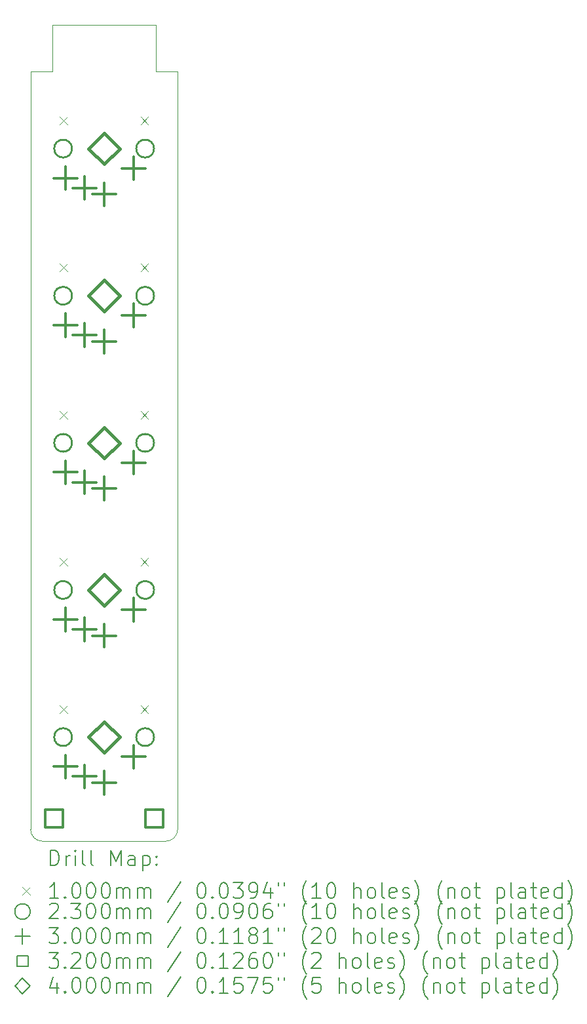
<source format=gbr>
%TF.GenerationSoftware,KiCad,Pcbnew,7.0.8*%
%TF.CreationDate,2023-12-05T05:13:54-08:00*%
%TF.ProjectId,Seismos_5-Key,53656973-6d6f-4735-9f35-2d4b65792e6b,rev?*%
%TF.SameCoordinates,Original*%
%TF.FileFunction,Drillmap*%
%TF.FilePolarity,Positive*%
%FSLAX45Y45*%
G04 Gerber Fmt 4.5, Leading zero omitted, Abs format (unit mm)*
G04 Created by KiCad (PCBNEW 7.0.8) date 2023-12-05 05:13:54*
%MOMM*%
%LPD*%
G01*
G04 APERTURE LIST*
%ADD10C,0.100000*%
%ADD11C,0.200000*%
%ADD12C,0.230000*%
%ADD13C,0.300000*%
%ADD14C,0.320000*%
%ADD15C,0.400000*%
G04 APERTURE END LIST*
D10*
X3750000Y-12893934D02*
X3750000Y-3100000D01*
X5500000Y-13043934D02*
X3900000Y-13043934D01*
X3750006Y-12893934D02*
G75*
G03*
X3900000Y-13043934I149994J-6D01*
G01*
X4030000Y-2500000D02*
X4030000Y-3100000D01*
X3750000Y-3100000D02*
X4030000Y-3100000D01*
X5650000Y-3100000D02*
X5370000Y-3100000D01*
X5500000Y-13043940D02*
G75*
G03*
X5650000Y-12893934I-10J150010D01*
G01*
X5650000Y-3100000D02*
X5650000Y-12893934D01*
X5370000Y-3100000D02*
X5370000Y-2500000D01*
X4030000Y-2500000D02*
X5370000Y-2500000D01*
D11*
D10*
X4128000Y-3688420D02*
X4228000Y-3788420D01*
X4228000Y-3688420D02*
X4128000Y-3788420D01*
X4128000Y-5588420D02*
X4228000Y-5688420D01*
X4228000Y-5588420D02*
X4128000Y-5688420D01*
X4128000Y-7488420D02*
X4228000Y-7588420D01*
X4228000Y-7488420D02*
X4128000Y-7588420D01*
X4128000Y-9388420D02*
X4228000Y-9488420D01*
X4228000Y-9388420D02*
X4128000Y-9488420D01*
X4128000Y-11288420D02*
X4228000Y-11388420D01*
X4228000Y-11288420D02*
X4128000Y-11388420D01*
X5172000Y-3688420D02*
X5272000Y-3788420D01*
X5272000Y-3688420D02*
X5172000Y-3788420D01*
X5172000Y-5588420D02*
X5272000Y-5688420D01*
X5272000Y-5588420D02*
X5172000Y-5688420D01*
X5172000Y-7488420D02*
X5272000Y-7588420D01*
X5272000Y-7488420D02*
X5172000Y-7588420D01*
X5172000Y-9388420D02*
X5272000Y-9488420D01*
X5272000Y-9388420D02*
X5172000Y-9488420D01*
X5172000Y-11288420D02*
X5272000Y-11388420D01*
X5272000Y-11288420D02*
X5172000Y-11388420D01*
D12*
X4285000Y-4100000D02*
G75*
G03*
X4285000Y-4100000I-115000J0D01*
G01*
X4285000Y-6000000D02*
G75*
G03*
X4285000Y-6000000I-115000J0D01*
G01*
X4285000Y-7900000D02*
G75*
G03*
X4285000Y-7900000I-115000J0D01*
G01*
X4285000Y-9800000D02*
G75*
G03*
X4285000Y-9800000I-115000J0D01*
G01*
X4285000Y-11700000D02*
G75*
G03*
X4285000Y-11700000I-115000J0D01*
G01*
X5345000Y-4100000D02*
G75*
G03*
X5345000Y-4100000I-115000J0D01*
G01*
X5345000Y-6000000D02*
G75*
G03*
X5345000Y-6000000I-115000J0D01*
G01*
X5345000Y-7900000D02*
G75*
G03*
X5345000Y-7900000I-115000J0D01*
G01*
X5345000Y-9800000D02*
G75*
G03*
X5345000Y-9800000I-115000J0D01*
G01*
X5345000Y-11700000D02*
G75*
G03*
X5345000Y-11700000I-115000J0D01*
G01*
D13*
X4200000Y-4330000D02*
X4200000Y-4630000D01*
X4050000Y-4480000D02*
X4350000Y-4480000D01*
X4200000Y-6230000D02*
X4200000Y-6530000D01*
X4050000Y-6380000D02*
X4350000Y-6380000D01*
X4200000Y-8130000D02*
X4200000Y-8430000D01*
X4050000Y-8280000D02*
X4350000Y-8280000D01*
X4200000Y-10030000D02*
X4200000Y-10330000D01*
X4050000Y-10180000D02*
X4350000Y-10180000D01*
X4200000Y-11930000D02*
X4200000Y-12230000D01*
X4050000Y-12080000D02*
X4350000Y-12080000D01*
X4446000Y-4458000D02*
X4446000Y-4758000D01*
X4296000Y-4608000D02*
X4596000Y-4608000D01*
X4446000Y-6358000D02*
X4446000Y-6658000D01*
X4296000Y-6508000D02*
X4596000Y-6508000D01*
X4446000Y-8258000D02*
X4446000Y-8558000D01*
X4296000Y-8408000D02*
X4596000Y-8408000D01*
X4446000Y-10158000D02*
X4446000Y-10458000D01*
X4296000Y-10308000D02*
X4596000Y-10308000D01*
X4446000Y-12058000D02*
X4446000Y-12358000D01*
X4296000Y-12208000D02*
X4596000Y-12208000D01*
X4700000Y-4540000D02*
X4700000Y-4840000D01*
X4550000Y-4690000D02*
X4850000Y-4690000D01*
X4700000Y-6440000D02*
X4700000Y-6740000D01*
X4550000Y-6590000D02*
X4850000Y-6590000D01*
X4700000Y-8340000D02*
X4700000Y-8640000D01*
X4550000Y-8490000D02*
X4850000Y-8490000D01*
X4700000Y-10240000D02*
X4700000Y-10540000D01*
X4550000Y-10390000D02*
X4850000Y-10390000D01*
X4700000Y-12140000D02*
X4700000Y-12440000D01*
X4550000Y-12290000D02*
X4850000Y-12290000D01*
X5081000Y-4204000D02*
X5081000Y-4504000D01*
X4931000Y-4354000D02*
X5231000Y-4354000D01*
X5081000Y-6104000D02*
X5081000Y-6404000D01*
X4931000Y-6254000D02*
X5231000Y-6254000D01*
X5081000Y-8004000D02*
X5081000Y-8304000D01*
X4931000Y-8154000D02*
X5231000Y-8154000D01*
X5081000Y-9904000D02*
X5081000Y-10204000D01*
X4931000Y-10054000D02*
X5231000Y-10054000D01*
X5081000Y-11804000D02*
X5081000Y-12104000D01*
X4931000Y-11954000D02*
X5231000Y-11954000D01*
D14*
X4163138Y-12863138D02*
X4163138Y-12636862D01*
X3936862Y-12636862D01*
X3936862Y-12863138D01*
X4163138Y-12863138D01*
X5463138Y-12863138D02*
X5463138Y-12636862D01*
X5236862Y-12636862D01*
X5236862Y-12863138D01*
X5463138Y-12863138D01*
D15*
X4700000Y-4300000D02*
X4900000Y-4100000D01*
X4700000Y-3900000D01*
X4500000Y-4100000D01*
X4700000Y-4300000D01*
X4700000Y-6200000D02*
X4900000Y-6000000D01*
X4700000Y-5800000D01*
X4500000Y-6000000D01*
X4700000Y-6200000D01*
X4700000Y-8100000D02*
X4900000Y-7900000D01*
X4700000Y-7700000D01*
X4500000Y-7900000D01*
X4700000Y-8100000D01*
X4700000Y-10000000D02*
X4900000Y-9800000D01*
X4700000Y-9600000D01*
X4500000Y-9800000D01*
X4700000Y-10000000D01*
X4700000Y-11900000D02*
X4900000Y-11700000D01*
X4700000Y-11500000D01*
X4500000Y-11700000D01*
X4700000Y-11900000D01*
D11*
X4005777Y-13360418D02*
X4005777Y-13160418D01*
X4005777Y-13160418D02*
X4053396Y-13160418D01*
X4053396Y-13160418D02*
X4081967Y-13169942D01*
X4081967Y-13169942D02*
X4101015Y-13188989D01*
X4101015Y-13188989D02*
X4110539Y-13208037D01*
X4110539Y-13208037D02*
X4120062Y-13246132D01*
X4120062Y-13246132D02*
X4120062Y-13274703D01*
X4120062Y-13274703D02*
X4110539Y-13312799D01*
X4110539Y-13312799D02*
X4101015Y-13331846D01*
X4101015Y-13331846D02*
X4081967Y-13350894D01*
X4081967Y-13350894D02*
X4053396Y-13360418D01*
X4053396Y-13360418D02*
X4005777Y-13360418D01*
X4205777Y-13360418D02*
X4205777Y-13227084D01*
X4205777Y-13265180D02*
X4215301Y-13246132D01*
X4215301Y-13246132D02*
X4224824Y-13236608D01*
X4224824Y-13236608D02*
X4243872Y-13227084D01*
X4243872Y-13227084D02*
X4262920Y-13227084D01*
X4329586Y-13360418D02*
X4329586Y-13227084D01*
X4329586Y-13160418D02*
X4320063Y-13169942D01*
X4320063Y-13169942D02*
X4329586Y-13179465D01*
X4329586Y-13179465D02*
X4339110Y-13169942D01*
X4339110Y-13169942D02*
X4329586Y-13160418D01*
X4329586Y-13160418D02*
X4329586Y-13179465D01*
X4453396Y-13360418D02*
X4434348Y-13350894D01*
X4434348Y-13350894D02*
X4424824Y-13331846D01*
X4424824Y-13331846D02*
X4424824Y-13160418D01*
X4558158Y-13360418D02*
X4539110Y-13350894D01*
X4539110Y-13350894D02*
X4529586Y-13331846D01*
X4529586Y-13331846D02*
X4529586Y-13160418D01*
X4786729Y-13360418D02*
X4786729Y-13160418D01*
X4786729Y-13160418D02*
X4853396Y-13303275D01*
X4853396Y-13303275D02*
X4920063Y-13160418D01*
X4920063Y-13160418D02*
X4920063Y-13360418D01*
X5101015Y-13360418D02*
X5101015Y-13255656D01*
X5101015Y-13255656D02*
X5091491Y-13236608D01*
X5091491Y-13236608D02*
X5072444Y-13227084D01*
X5072444Y-13227084D02*
X5034348Y-13227084D01*
X5034348Y-13227084D02*
X5015301Y-13236608D01*
X5101015Y-13350894D02*
X5081967Y-13360418D01*
X5081967Y-13360418D02*
X5034348Y-13360418D01*
X5034348Y-13360418D02*
X5015301Y-13350894D01*
X5015301Y-13350894D02*
X5005777Y-13331846D01*
X5005777Y-13331846D02*
X5005777Y-13312799D01*
X5005777Y-13312799D02*
X5015301Y-13293751D01*
X5015301Y-13293751D02*
X5034348Y-13284227D01*
X5034348Y-13284227D02*
X5081967Y-13284227D01*
X5081967Y-13284227D02*
X5101015Y-13274703D01*
X5196253Y-13227084D02*
X5196253Y-13427084D01*
X5196253Y-13236608D02*
X5215301Y-13227084D01*
X5215301Y-13227084D02*
X5253396Y-13227084D01*
X5253396Y-13227084D02*
X5272444Y-13236608D01*
X5272444Y-13236608D02*
X5281967Y-13246132D01*
X5281967Y-13246132D02*
X5291491Y-13265180D01*
X5291491Y-13265180D02*
X5291491Y-13322322D01*
X5291491Y-13322322D02*
X5281967Y-13341370D01*
X5281967Y-13341370D02*
X5272444Y-13350894D01*
X5272444Y-13350894D02*
X5253396Y-13360418D01*
X5253396Y-13360418D02*
X5215301Y-13360418D01*
X5215301Y-13360418D02*
X5196253Y-13350894D01*
X5377205Y-13341370D02*
X5386729Y-13350894D01*
X5386729Y-13350894D02*
X5377205Y-13360418D01*
X5377205Y-13360418D02*
X5367682Y-13350894D01*
X5367682Y-13350894D02*
X5377205Y-13341370D01*
X5377205Y-13341370D02*
X5377205Y-13360418D01*
X5377205Y-13236608D02*
X5386729Y-13246132D01*
X5386729Y-13246132D02*
X5377205Y-13255656D01*
X5377205Y-13255656D02*
X5367682Y-13246132D01*
X5367682Y-13246132D02*
X5377205Y-13236608D01*
X5377205Y-13236608D02*
X5377205Y-13255656D01*
D10*
X3645000Y-13638934D02*
X3745000Y-13738934D01*
X3745000Y-13638934D02*
X3645000Y-13738934D01*
D11*
X4110539Y-13780418D02*
X3996253Y-13780418D01*
X4053396Y-13780418D02*
X4053396Y-13580418D01*
X4053396Y-13580418D02*
X4034348Y-13608989D01*
X4034348Y-13608989D02*
X4015301Y-13628037D01*
X4015301Y-13628037D02*
X3996253Y-13637561D01*
X4196253Y-13761370D02*
X4205777Y-13770894D01*
X4205777Y-13770894D02*
X4196253Y-13780418D01*
X4196253Y-13780418D02*
X4186729Y-13770894D01*
X4186729Y-13770894D02*
X4196253Y-13761370D01*
X4196253Y-13761370D02*
X4196253Y-13780418D01*
X4329586Y-13580418D02*
X4348634Y-13580418D01*
X4348634Y-13580418D02*
X4367682Y-13589942D01*
X4367682Y-13589942D02*
X4377205Y-13599465D01*
X4377205Y-13599465D02*
X4386729Y-13618513D01*
X4386729Y-13618513D02*
X4396253Y-13656608D01*
X4396253Y-13656608D02*
X4396253Y-13704227D01*
X4396253Y-13704227D02*
X4386729Y-13742322D01*
X4386729Y-13742322D02*
X4377205Y-13761370D01*
X4377205Y-13761370D02*
X4367682Y-13770894D01*
X4367682Y-13770894D02*
X4348634Y-13780418D01*
X4348634Y-13780418D02*
X4329586Y-13780418D01*
X4329586Y-13780418D02*
X4310539Y-13770894D01*
X4310539Y-13770894D02*
X4301015Y-13761370D01*
X4301015Y-13761370D02*
X4291491Y-13742322D01*
X4291491Y-13742322D02*
X4281967Y-13704227D01*
X4281967Y-13704227D02*
X4281967Y-13656608D01*
X4281967Y-13656608D02*
X4291491Y-13618513D01*
X4291491Y-13618513D02*
X4301015Y-13599465D01*
X4301015Y-13599465D02*
X4310539Y-13589942D01*
X4310539Y-13589942D02*
X4329586Y-13580418D01*
X4520063Y-13580418D02*
X4539110Y-13580418D01*
X4539110Y-13580418D02*
X4558158Y-13589942D01*
X4558158Y-13589942D02*
X4567682Y-13599465D01*
X4567682Y-13599465D02*
X4577205Y-13618513D01*
X4577205Y-13618513D02*
X4586729Y-13656608D01*
X4586729Y-13656608D02*
X4586729Y-13704227D01*
X4586729Y-13704227D02*
X4577205Y-13742322D01*
X4577205Y-13742322D02*
X4567682Y-13761370D01*
X4567682Y-13761370D02*
X4558158Y-13770894D01*
X4558158Y-13770894D02*
X4539110Y-13780418D01*
X4539110Y-13780418D02*
X4520063Y-13780418D01*
X4520063Y-13780418D02*
X4501015Y-13770894D01*
X4501015Y-13770894D02*
X4491491Y-13761370D01*
X4491491Y-13761370D02*
X4481967Y-13742322D01*
X4481967Y-13742322D02*
X4472444Y-13704227D01*
X4472444Y-13704227D02*
X4472444Y-13656608D01*
X4472444Y-13656608D02*
X4481967Y-13618513D01*
X4481967Y-13618513D02*
X4491491Y-13599465D01*
X4491491Y-13599465D02*
X4501015Y-13589942D01*
X4501015Y-13589942D02*
X4520063Y-13580418D01*
X4710539Y-13580418D02*
X4729586Y-13580418D01*
X4729586Y-13580418D02*
X4748634Y-13589942D01*
X4748634Y-13589942D02*
X4758158Y-13599465D01*
X4758158Y-13599465D02*
X4767682Y-13618513D01*
X4767682Y-13618513D02*
X4777205Y-13656608D01*
X4777205Y-13656608D02*
X4777205Y-13704227D01*
X4777205Y-13704227D02*
X4767682Y-13742322D01*
X4767682Y-13742322D02*
X4758158Y-13761370D01*
X4758158Y-13761370D02*
X4748634Y-13770894D01*
X4748634Y-13770894D02*
X4729586Y-13780418D01*
X4729586Y-13780418D02*
X4710539Y-13780418D01*
X4710539Y-13780418D02*
X4691491Y-13770894D01*
X4691491Y-13770894D02*
X4681967Y-13761370D01*
X4681967Y-13761370D02*
X4672444Y-13742322D01*
X4672444Y-13742322D02*
X4662920Y-13704227D01*
X4662920Y-13704227D02*
X4662920Y-13656608D01*
X4662920Y-13656608D02*
X4672444Y-13618513D01*
X4672444Y-13618513D02*
X4681967Y-13599465D01*
X4681967Y-13599465D02*
X4691491Y-13589942D01*
X4691491Y-13589942D02*
X4710539Y-13580418D01*
X4862920Y-13780418D02*
X4862920Y-13647084D01*
X4862920Y-13666132D02*
X4872444Y-13656608D01*
X4872444Y-13656608D02*
X4891491Y-13647084D01*
X4891491Y-13647084D02*
X4920063Y-13647084D01*
X4920063Y-13647084D02*
X4939110Y-13656608D01*
X4939110Y-13656608D02*
X4948634Y-13675656D01*
X4948634Y-13675656D02*
X4948634Y-13780418D01*
X4948634Y-13675656D02*
X4958158Y-13656608D01*
X4958158Y-13656608D02*
X4977205Y-13647084D01*
X4977205Y-13647084D02*
X5005777Y-13647084D01*
X5005777Y-13647084D02*
X5024825Y-13656608D01*
X5024825Y-13656608D02*
X5034348Y-13675656D01*
X5034348Y-13675656D02*
X5034348Y-13780418D01*
X5129586Y-13780418D02*
X5129586Y-13647084D01*
X5129586Y-13666132D02*
X5139110Y-13656608D01*
X5139110Y-13656608D02*
X5158158Y-13647084D01*
X5158158Y-13647084D02*
X5186729Y-13647084D01*
X5186729Y-13647084D02*
X5205777Y-13656608D01*
X5205777Y-13656608D02*
X5215301Y-13675656D01*
X5215301Y-13675656D02*
X5215301Y-13780418D01*
X5215301Y-13675656D02*
X5224825Y-13656608D01*
X5224825Y-13656608D02*
X5243872Y-13647084D01*
X5243872Y-13647084D02*
X5272444Y-13647084D01*
X5272444Y-13647084D02*
X5291491Y-13656608D01*
X5291491Y-13656608D02*
X5301015Y-13675656D01*
X5301015Y-13675656D02*
X5301015Y-13780418D01*
X5691491Y-13570894D02*
X5520063Y-13828037D01*
X5948634Y-13580418D02*
X5967682Y-13580418D01*
X5967682Y-13580418D02*
X5986729Y-13589942D01*
X5986729Y-13589942D02*
X5996253Y-13599465D01*
X5996253Y-13599465D02*
X6005777Y-13618513D01*
X6005777Y-13618513D02*
X6015301Y-13656608D01*
X6015301Y-13656608D02*
X6015301Y-13704227D01*
X6015301Y-13704227D02*
X6005777Y-13742322D01*
X6005777Y-13742322D02*
X5996253Y-13761370D01*
X5996253Y-13761370D02*
X5986729Y-13770894D01*
X5986729Y-13770894D02*
X5967682Y-13780418D01*
X5967682Y-13780418D02*
X5948634Y-13780418D01*
X5948634Y-13780418D02*
X5929586Y-13770894D01*
X5929586Y-13770894D02*
X5920063Y-13761370D01*
X5920063Y-13761370D02*
X5910539Y-13742322D01*
X5910539Y-13742322D02*
X5901015Y-13704227D01*
X5901015Y-13704227D02*
X5901015Y-13656608D01*
X5901015Y-13656608D02*
X5910539Y-13618513D01*
X5910539Y-13618513D02*
X5920063Y-13599465D01*
X5920063Y-13599465D02*
X5929586Y-13589942D01*
X5929586Y-13589942D02*
X5948634Y-13580418D01*
X6101015Y-13761370D02*
X6110539Y-13770894D01*
X6110539Y-13770894D02*
X6101015Y-13780418D01*
X6101015Y-13780418D02*
X6091491Y-13770894D01*
X6091491Y-13770894D02*
X6101015Y-13761370D01*
X6101015Y-13761370D02*
X6101015Y-13780418D01*
X6234348Y-13580418D02*
X6253396Y-13580418D01*
X6253396Y-13580418D02*
X6272444Y-13589942D01*
X6272444Y-13589942D02*
X6281967Y-13599465D01*
X6281967Y-13599465D02*
X6291491Y-13618513D01*
X6291491Y-13618513D02*
X6301015Y-13656608D01*
X6301015Y-13656608D02*
X6301015Y-13704227D01*
X6301015Y-13704227D02*
X6291491Y-13742322D01*
X6291491Y-13742322D02*
X6281967Y-13761370D01*
X6281967Y-13761370D02*
X6272444Y-13770894D01*
X6272444Y-13770894D02*
X6253396Y-13780418D01*
X6253396Y-13780418D02*
X6234348Y-13780418D01*
X6234348Y-13780418D02*
X6215301Y-13770894D01*
X6215301Y-13770894D02*
X6205777Y-13761370D01*
X6205777Y-13761370D02*
X6196253Y-13742322D01*
X6196253Y-13742322D02*
X6186729Y-13704227D01*
X6186729Y-13704227D02*
X6186729Y-13656608D01*
X6186729Y-13656608D02*
X6196253Y-13618513D01*
X6196253Y-13618513D02*
X6205777Y-13599465D01*
X6205777Y-13599465D02*
X6215301Y-13589942D01*
X6215301Y-13589942D02*
X6234348Y-13580418D01*
X6367682Y-13580418D02*
X6491491Y-13580418D01*
X6491491Y-13580418D02*
X6424825Y-13656608D01*
X6424825Y-13656608D02*
X6453396Y-13656608D01*
X6453396Y-13656608D02*
X6472444Y-13666132D01*
X6472444Y-13666132D02*
X6481967Y-13675656D01*
X6481967Y-13675656D02*
X6491491Y-13694703D01*
X6491491Y-13694703D02*
X6491491Y-13742322D01*
X6491491Y-13742322D02*
X6481967Y-13761370D01*
X6481967Y-13761370D02*
X6472444Y-13770894D01*
X6472444Y-13770894D02*
X6453396Y-13780418D01*
X6453396Y-13780418D02*
X6396253Y-13780418D01*
X6396253Y-13780418D02*
X6377206Y-13770894D01*
X6377206Y-13770894D02*
X6367682Y-13761370D01*
X6586729Y-13780418D02*
X6624825Y-13780418D01*
X6624825Y-13780418D02*
X6643872Y-13770894D01*
X6643872Y-13770894D02*
X6653396Y-13761370D01*
X6653396Y-13761370D02*
X6672444Y-13732799D01*
X6672444Y-13732799D02*
X6681967Y-13694703D01*
X6681967Y-13694703D02*
X6681967Y-13618513D01*
X6681967Y-13618513D02*
X6672444Y-13599465D01*
X6672444Y-13599465D02*
X6662920Y-13589942D01*
X6662920Y-13589942D02*
X6643872Y-13580418D01*
X6643872Y-13580418D02*
X6605777Y-13580418D01*
X6605777Y-13580418D02*
X6586729Y-13589942D01*
X6586729Y-13589942D02*
X6577206Y-13599465D01*
X6577206Y-13599465D02*
X6567682Y-13618513D01*
X6567682Y-13618513D02*
X6567682Y-13666132D01*
X6567682Y-13666132D02*
X6577206Y-13685180D01*
X6577206Y-13685180D02*
X6586729Y-13694703D01*
X6586729Y-13694703D02*
X6605777Y-13704227D01*
X6605777Y-13704227D02*
X6643872Y-13704227D01*
X6643872Y-13704227D02*
X6662920Y-13694703D01*
X6662920Y-13694703D02*
X6672444Y-13685180D01*
X6672444Y-13685180D02*
X6681967Y-13666132D01*
X6853396Y-13647084D02*
X6853396Y-13780418D01*
X6805777Y-13570894D02*
X6758158Y-13713751D01*
X6758158Y-13713751D02*
X6881967Y-13713751D01*
X6948634Y-13580418D02*
X6948634Y-13618513D01*
X7024825Y-13580418D02*
X7024825Y-13618513D01*
X7320063Y-13856608D02*
X7310539Y-13847084D01*
X7310539Y-13847084D02*
X7291491Y-13818513D01*
X7291491Y-13818513D02*
X7281968Y-13799465D01*
X7281968Y-13799465D02*
X7272444Y-13770894D01*
X7272444Y-13770894D02*
X7262920Y-13723275D01*
X7262920Y-13723275D02*
X7262920Y-13685180D01*
X7262920Y-13685180D02*
X7272444Y-13637561D01*
X7272444Y-13637561D02*
X7281968Y-13608989D01*
X7281968Y-13608989D02*
X7291491Y-13589942D01*
X7291491Y-13589942D02*
X7310539Y-13561370D01*
X7310539Y-13561370D02*
X7320063Y-13551846D01*
X7501015Y-13780418D02*
X7386729Y-13780418D01*
X7443872Y-13780418D02*
X7443872Y-13580418D01*
X7443872Y-13580418D02*
X7424825Y-13608989D01*
X7424825Y-13608989D02*
X7405777Y-13628037D01*
X7405777Y-13628037D02*
X7386729Y-13637561D01*
X7624825Y-13580418D02*
X7643872Y-13580418D01*
X7643872Y-13580418D02*
X7662920Y-13589942D01*
X7662920Y-13589942D02*
X7672444Y-13599465D01*
X7672444Y-13599465D02*
X7681968Y-13618513D01*
X7681968Y-13618513D02*
X7691491Y-13656608D01*
X7691491Y-13656608D02*
X7691491Y-13704227D01*
X7691491Y-13704227D02*
X7681968Y-13742322D01*
X7681968Y-13742322D02*
X7672444Y-13761370D01*
X7672444Y-13761370D02*
X7662920Y-13770894D01*
X7662920Y-13770894D02*
X7643872Y-13780418D01*
X7643872Y-13780418D02*
X7624825Y-13780418D01*
X7624825Y-13780418D02*
X7605777Y-13770894D01*
X7605777Y-13770894D02*
X7596253Y-13761370D01*
X7596253Y-13761370D02*
X7586729Y-13742322D01*
X7586729Y-13742322D02*
X7577206Y-13704227D01*
X7577206Y-13704227D02*
X7577206Y-13656608D01*
X7577206Y-13656608D02*
X7586729Y-13618513D01*
X7586729Y-13618513D02*
X7596253Y-13599465D01*
X7596253Y-13599465D02*
X7605777Y-13589942D01*
X7605777Y-13589942D02*
X7624825Y-13580418D01*
X7929587Y-13780418D02*
X7929587Y-13580418D01*
X8015301Y-13780418D02*
X8015301Y-13675656D01*
X8015301Y-13675656D02*
X8005777Y-13656608D01*
X8005777Y-13656608D02*
X7986730Y-13647084D01*
X7986730Y-13647084D02*
X7958158Y-13647084D01*
X7958158Y-13647084D02*
X7939110Y-13656608D01*
X7939110Y-13656608D02*
X7929587Y-13666132D01*
X8139110Y-13780418D02*
X8120063Y-13770894D01*
X8120063Y-13770894D02*
X8110539Y-13761370D01*
X8110539Y-13761370D02*
X8101015Y-13742322D01*
X8101015Y-13742322D02*
X8101015Y-13685180D01*
X8101015Y-13685180D02*
X8110539Y-13666132D01*
X8110539Y-13666132D02*
X8120063Y-13656608D01*
X8120063Y-13656608D02*
X8139110Y-13647084D01*
X8139110Y-13647084D02*
X8167682Y-13647084D01*
X8167682Y-13647084D02*
X8186730Y-13656608D01*
X8186730Y-13656608D02*
X8196253Y-13666132D01*
X8196253Y-13666132D02*
X8205777Y-13685180D01*
X8205777Y-13685180D02*
X8205777Y-13742322D01*
X8205777Y-13742322D02*
X8196253Y-13761370D01*
X8196253Y-13761370D02*
X8186730Y-13770894D01*
X8186730Y-13770894D02*
X8167682Y-13780418D01*
X8167682Y-13780418D02*
X8139110Y-13780418D01*
X8320063Y-13780418D02*
X8301015Y-13770894D01*
X8301015Y-13770894D02*
X8291491Y-13751846D01*
X8291491Y-13751846D02*
X8291491Y-13580418D01*
X8472444Y-13770894D02*
X8453396Y-13780418D01*
X8453396Y-13780418D02*
X8415301Y-13780418D01*
X8415301Y-13780418D02*
X8396253Y-13770894D01*
X8396253Y-13770894D02*
X8386730Y-13751846D01*
X8386730Y-13751846D02*
X8386730Y-13675656D01*
X8386730Y-13675656D02*
X8396253Y-13656608D01*
X8396253Y-13656608D02*
X8415301Y-13647084D01*
X8415301Y-13647084D02*
X8453396Y-13647084D01*
X8453396Y-13647084D02*
X8472444Y-13656608D01*
X8472444Y-13656608D02*
X8481968Y-13675656D01*
X8481968Y-13675656D02*
X8481968Y-13694703D01*
X8481968Y-13694703D02*
X8386730Y-13713751D01*
X8558158Y-13770894D02*
X8577206Y-13780418D01*
X8577206Y-13780418D02*
X8615301Y-13780418D01*
X8615301Y-13780418D02*
X8634349Y-13770894D01*
X8634349Y-13770894D02*
X8643873Y-13751846D01*
X8643873Y-13751846D02*
X8643873Y-13742322D01*
X8643873Y-13742322D02*
X8634349Y-13723275D01*
X8634349Y-13723275D02*
X8615301Y-13713751D01*
X8615301Y-13713751D02*
X8586730Y-13713751D01*
X8586730Y-13713751D02*
X8567682Y-13704227D01*
X8567682Y-13704227D02*
X8558158Y-13685180D01*
X8558158Y-13685180D02*
X8558158Y-13675656D01*
X8558158Y-13675656D02*
X8567682Y-13656608D01*
X8567682Y-13656608D02*
X8586730Y-13647084D01*
X8586730Y-13647084D02*
X8615301Y-13647084D01*
X8615301Y-13647084D02*
X8634349Y-13656608D01*
X8710539Y-13856608D02*
X8720063Y-13847084D01*
X8720063Y-13847084D02*
X8739111Y-13818513D01*
X8739111Y-13818513D02*
X8748634Y-13799465D01*
X8748634Y-13799465D02*
X8758158Y-13770894D01*
X8758158Y-13770894D02*
X8767682Y-13723275D01*
X8767682Y-13723275D02*
X8767682Y-13685180D01*
X8767682Y-13685180D02*
X8758158Y-13637561D01*
X8758158Y-13637561D02*
X8748634Y-13608989D01*
X8748634Y-13608989D02*
X8739111Y-13589942D01*
X8739111Y-13589942D02*
X8720063Y-13561370D01*
X8720063Y-13561370D02*
X8710539Y-13551846D01*
X9072444Y-13856608D02*
X9062920Y-13847084D01*
X9062920Y-13847084D02*
X9043873Y-13818513D01*
X9043873Y-13818513D02*
X9034349Y-13799465D01*
X9034349Y-13799465D02*
X9024825Y-13770894D01*
X9024825Y-13770894D02*
X9015301Y-13723275D01*
X9015301Y-13723275D02*
X9015301Y-13685180D01*
X9015301Y-13685180D02*
X9024825Y-13637561D01*
X9024825Y-13637561D02*
X9034349Y-13608989D01*
X9034349Y-13608989D02*
X9043873Y-13589942D01*
X9043873Y-13589942D02*
X9062920Y-13561370D01*
X9062920Y-13561370D02*
X9072444Y-13551846D01*
X9148634Y-13647084D02*
X9148634Y-13780418D01*
X9148634Y-13666132D02*
X9158158Y-13656608D01*
X9158158Y-13656608D02*
X9177206Y-13647084D01*
X9177206Y-13647084D02*
X9205777Y-13647084D01*
X9205777Y-13647084D02*
X9224825Y-13656608D01*
X9224825Y-13656608D02*
X9234349Y-13675656D01*
X9234349Y-13675656D02*
X9234349Y-13780418D01*
X9358158Y-13780418D02*
X9339111Y-13770894D01*
X9339111Y-13770894D02*
X9329587Y-13761370D01*
X9329587Y-13761370D02*
X9320063Y-13742322D01*
X9320063Y-13742322D02*
X9320063Y-13685180D01*
X9320063Y-13685180D02*
X9329587Y-13666132D01*
X9329587Y-13666132D02*
X9339111Y-13656608D01*
X9339111Y-13656608D02*
X9358158Y-13647084D01*
X9358158Y-13647084D02*
X9386730Y-13647084D01*
X9386730Y-13647084D02*
X9405777Y-13656608D01*
X9405777Y-13656608D02*
X9415301Y-13666132D01*
X9415301Y-13666132D02*
X9424825Y-13685180D01*
X9424825Y-13685180D02*
X9424825Y-13742322D01*
X9424825Y-13742322D02*
X9415301Y-13761370D01*
X9415301Y-13761370D02*
X9405777Y-13770894D01*
X9405777Y-13770894D02*
X9386730Y-13780418D01*
X9386730Y-13780418D02*
X9358158Y-13780418D01*
X9481968Y-13647084D02*
X9558158Y-13647084D01*
X9510539Y-13580418D02*
X9510539Y-13751846D01*
X9510539Y-13751846D02*
X9520063Y-13770894D01*
X9520063Y-13770894D02*
X9539111Y-13780418D01*
X9539111Y-13780418D02*
X9558158Y-13780418D01*
X9777206Y-13647084D02*
X9777206Y-13847084D01*
X9777206Y-13656608D02*
X9796254Y-13647084D01*
X9796254Y-13647084D02*
X9834349Y-13647084D01*
X9834349Y-13647084D02*
X9853396Y-13656608D01*
X9853396Y-13656608D02*
X9862920Y-13666132D01*
X9862920Y-13666132D02*
X9872444Y-13685180D01*
X9872444Y-13685180D02*
X9872444Y-13742322D01*
X9872444Y-13742322D02*
X9862920Y-13761370D01*
X9862920Y-13761370D02*
X9853396Y-13770894D01*
X9853396Y-13770894D02*
X9834349Y-13780418D01*
X9834349Y-13780418D02*
X9796254Y-13780418D01*
X9796254Y-13780418D02*
X9777206Y-13770894D01*
X9986730Y-13780418D02*
X9967682Y-13770894D01*
X9967682Y-13770894D02*
X9958158Y-13751846D01*
X9958158Y-13751846D02*
X9958158Y-13580418D01*
X10148635Y-13780418D02*
X10148635Y-13675656D01*
X10148635Y-13675656D02*
X10139111Y-13656608D01*
X10139111Y-13656608D02*
X10120063Y-13647084D01*
X10120063Y-13647084D02*
X10081968Y-13647084D01*
X10081968Y-13647084D02*
X10062920Y-13656608D01*
X10148635Y-13770894D02*
X10129587Y-13780418D01*
X10129587Y-13780418D02*
X10081968Y-13780418D01*
X10081968Y-13780418D02*
X10062920Y-13770894D01*
X10062920Y-13770894D02*
X10053396Y-13751846D01*
X10053396Y-13751846D02*
X10053396Y-13732799D01*
X10053396Y-13732799D02*
X10062920Y-13713751D01*
X10062920Y-13713751D02*
X10081968Y-13704227D01*
X10081968Y-13704227D02*
X10129587Y-13704227D01*
X10129587Y-13704227D02*
X10148635Y-13694703D01*
X10215301Y-13647084D02*
X10291492Y-13647084D01*
X10243873Y-13580418D02*
X10243873Y-13751846D01*
X10243873Y-13751846D02*
X10253396Y-13770894D01*
X10253396Y-13770894D02*
X10272444Y-13780418D01*
X10272444Y-13780418D02*
X10291492Y-13780418D01*
X10434349Y-13770894D02*
X10415301Y-13780418D01*
X10415301Y-13780418D02*
X10377206Y-13780418D01*
X10377206Y-13780418D02*
X10358158Y-13770894D01*
X10358158Y-13770894D02*
X10348635Y-13751846D01*
X10348635Y-13751846D02*
X10348635Y-13675656D01*
X10348635Y-13675656D02*
X10358158Y-13656608D01*
X10358158Y-13656608D02*
X10377206Y-13647084D01*
X10377206Y-13647084D02*
X10415301Y-13647084D01*
X10415301Y-13647084D02*
X10434349Y-13656608D01*
X10434349Y-13656608D02*
X10443873Y-13675656D01*
X10443873Y-13675656D02*
X10443873Y-13694703D01*
X10443873Y-13694703D02*
X10348635Y-13713751D01*
X10615301Y-13780418D02*
X10615301Y-13580418D01*
X10615301Y-13770894D02*
X10596254Y-13780418D01*
X10596254Y-13780418D02*
X10558158Y-13780418D01*
X10558158Y-13780418D02*
X10539111Y-13770894D01*
X10539111Y-13770894D02*
X10529587Y-13761370D01*
X10529587Y-13761370D02*
X10520063Y-13742322D01*
X10520063Y-13742322D02*
X10520063Y-13685180D01*
X10520063Y-13685180D02*
X10529587Y-13666132D01*
X10529587Y-13666132D02*
X10539111Y-13656608D01*
X10539111Y-13656608D02*
X10558158Y-13647084D01*
X10558158Y-13647084D02*
X10596254Y-13647084D01*
X10596254Y-13647084D02*
X10615301Y-13656608D01*
X10691492Y-13856608D02*
X10701016Y-13847084D01*
X10701016Y-13847084D02*
X10720063Y-13818513D01*
X10720063Y-13818513D02*
X10729587Y-13799465D01*
X10729587Y-13799465D02*
X10739111Y-13770894D01*
X10739111Y-13770894D02*
X10748635Y-13723275D01*
X10748635Y-13723275D02*
X10748635Y-13685180D01*
X10748635Y-13685180D02*
X10739111Y-13637561D01*
X10739111Y-13637561D02*
X10729587Y-13608989D01*
X10729587Y-13608989D02*
X10720063Y-13589942D01*
X10720063Y-13589942D02*
X10701016Y-13561370D01*
X10701016Y-13561370D02*
X10691492Y-13551846D01*
X3745000Y-13952934D02*
G75*
G03*
X3745000Y-13952934I-100000J0D01*
G01*
X3996253Y-13863465D02*
X4005777Y-13853942D01*
X4005777Y-13853942D02*
X4024824Y-13844418D01*
X4024824Y-13844418D02*
X4072443Y-13844418D01*
X4072443Y-13844418D02*
X4091491Y-13853942D01*
X4091491Y-13853942D02*
X4101015Y-13863465D01*
X4101015Y-13863465D02*
X4110539Y-13882513D01*
X4110539Y-13882513D02*
X4110539Y-13901561D01*
X4110539Y-13901561D02*
X4101015Y-13930132D01*
X4101015Y-13930132D02*
X3986729Y-14044418D01*
X3986729Y-14044418D02*
X4110539Y-14044418D01*
X4196253Y-14025370D02*
X4205777Y-14034894D01*
X4205777Y-14034894D02*
X4196253Y-14044418D01*
X4196253Y-14044418D02*
X4186729Y-14034894D01*
X4186729Y-14034894D02*
X4196253Y-14025370D01*
X4196253Y-14025370D02*
X4196253Y-14044418D01*
X4272444Y-13844418D02*
X4396253Y-13844418D01*
X4396253Y-13844418D02*
X4329586Y-13920608D01*
X4329586Y-13920608D02*
X4358158Y-13920608D01*
X4358158Y-13920608D02*
X4377205Y-13930132D01*
X4377205Y-13930132D02*
X4386729Y-13939656D01*
X4386729Y-13939656D02*
X4396253Y-13958703D01*
X4396253Y-13958703D02*
X4396253Y-14006322D01*
X4396253Y-14006322D02*
X4386729Y-14025370D01*
X4386729Y-14025370D02*
X4377205Y-14034894D01*
X4377205Y-14034894D02*
X4358158Y-14044418D01*
X4358158Y-14044418D02*
X4301015Y-14044418D01*
X4301015Y-14044418D02*
X4281967Y-14034894D01*
X4281967Y-14034894D02*
X4272444Y-14025370D01*
X4520063Y-13844418D02*
X4539110Y-13844418D01*
X4539110Y-13844418D02*
X4558158Y-13853942D01*
X4558158Y-13853942D02*
X4567682Y-13863465D01*
X4567682Y-13863465D02*
X4577205Y-13882513D01*
X4577205Y-13882513D02*
X4586729Y-13920608D01*
X4586729Y-13920608D02*
X4586729Y-13968227D01*
X4586729Y-13968227D02*
X4577205Y-14006322D01*
X4577205Y-14006322D02*
X4567682Y-14025370D01*
X4567682Y-14025370D02*
X4558158Y-14034894D01*
X4558158Y-14034894D02*
X4539110Y-14044418D01*
X4539110Y-14044418D02*
X4520063Y-14044418D01*
X4520063Y-14044418D02*
X4501015Y-14034894D01*
X4501015Y-14034894D02*
X4491491Y-14025370D01*
X4491491Y-14025370D02*
X4481967Y-14006322D01*
X4481967Y-14006322D02*
X4472444Y-13968227D01*
X4472444Y-13968227D02*
X4472444Y-13920608D01*
X4472444Y-13920608D02*
X4481967Y-13882513D01*
X4481967Y-13882513D02*
X4491491Y-13863465D01*
X4491491Y-13863465D02*
X4501015Y-13853942D01*
X4501015Y-13853942D02*
X4520063Y-13844418D01*
X4710539Y-13844418D02*
X4729586Y-13844418D01*
X4729586Y-13844418D02*
X4748634Y-13853942D01*
X4748634Y-13853942D02*
X4758158Y-13863465D01*
X4758158Y-13863465D02*
X4767682Y-13882513D01*
X4767682Y-13882513D02*
X4777205Y-13920608D01*
X4777205Y-13920608D02*
X4777205Y-13968227D01*
X4777205Y-13968227D02*
X4767682Y-14006322D01*
X4767682Y-14006322D02*
X4758158Y-14025370D01*
X4758158Y-14025370D02*
X4748634Y-14034894D01*
X4748634Y-14034894D02*
X4729586Y-14044418D01*
X4729586Y-14044418D02*
X4710539Y-14044418D01*
X4710539Y-14044418D02*
X4691491Y-14034894D01*
X4691491Y-14034894D02*
X4681967Y-14025370D01*
X4681967Y-14025370D02*
X4672444Y-14006322D01*
X4672444Y-14006322D02*
X4662920Y-13968227D01*
X4662920Y-13968227D02*
X4662920Y-13920608D01*
X4662920Y-13920608D02*
X4672444Y-13882513D01*
X4672444Y-13882513D02*
X4681967Y-13863465D01*
X4681967Y-13863465D02*
X4691491Y-13853942D01*
X4691491Y-13853942D02*
X4710539Y-13844418D01*
X4862920Y-14044418D02*
X4862920Y-13911084D01*
X4862920Y-13930132D02*
X4872444Y-13920608D01*
X4872444Y-13920608D02*
X4891491Y-13911084D01*
X4891491Y-13911084D02*
X4920063Y-13911084D01*
X4920063Y-13911084D02*
X4939110Y-13920608D01*
X4939110Y-13920608D02*
X4948634Y-13939656D01*
X4948634Y-13939656D02*
X4948634Y-14044418D01*
X4948634Y-13939656D02*
X4958158Y-13920608D01*
X4958158Y-13920608D02*
X4977205Y-13911084D01*
X4977205Y-13911084D02*
X5005777Y-13911084D01*
X5005777Y-13911084D02*
X5024825Y-13920608D01*
X5024825Y-13920608D02*
X5034348Y-13939656D01*
X5034348Y-13939656D02*
X5034348Y-14044418D01*
X5129586Y-14044418D02*
X5129586Y-13911084D01*
X5129586Y-13930132D02*
X5139110Y-13920608D01*
X5139110Y-13920608D02*
X5158158Y-13911084D01*
X5158158Y-13911084D02*
X5186729Y-13911084D01*
X5186729Y-13911084D02*
X5205777Y-13920608D01*
X5205777Y-13920608D02*
X5215301Y-13939656D01*
X5215301Y-13939656D02*
X5215301Y-14044418D01*
X5215301Y-13939656D02*
X5224825Y-13920608D01*
X5224825Y-13920608D02*
X5243872Y-13911084D01*
X5243872Y-13911084D02*
X5272444Y-13911084D01*
X5272444Y-13911084D02*
X5291491Y-13920608D01*
X5291491Y-13920608D02*
X5301015Y-13939656D01*
X5301015Y-13939656D02*
X5301015Y-14044418D01*
X5691491Y-13834894D02*
X5520063Y-14092037D01*
X5948634Y-13844418D02*
X5967682Y-13844418D01*
X5967682Y-13844418D02*
X5986729Y-13853942D01*
X5986729Y-13853942D02*
X5996253Y-13863465D01*
X5996253Y-13863465D02*
X6005777Y-13882513D01*
X6005777Y-13882513D02*
X6015301Y-13920608D01*
X6015301Y-13920608D02*
X6015301Y-13968227D01*
X6015301Y-13968227D02*
X6005777Y-14006322D01*
X6005777Y-14006322D02*
X5996253Y-14025370D01*
X5996253Y-14025370D02*
X5986729Y-14034894D01*
X5986729Y-14034894D02*
X5967682Y-14044418D01*
X5967682Y-14044418D02*
X5948634Y-14044418D01*
X5948634Y-14044418D02*
X5929586Y-14034894D01*
X5929586Y-14034894D02*
X5920063Y-14025370D01*
X5920063Y-14025370D02*
X5910539Y-14006322D01*
X5910539Y-14006322D02*
X5901015Y-13968227D01*
X5901015Y-13968227D02*
X5901015Y-13920608D01*
X5901015Y-13920608D02*
X5910539Y-13882513D01*
X5910539Y-13882513D02*
X5920063Y-13863465D01*
X5920063Y-13863465D02*
X5929586Y-13853942D01*
X5929586Y-13853942D02*
X5948634Y-13844418D01*
X6101015Y-14025370D02*
X6110539Y-14034894D01*
X6110539Y-14034894D02*
X6101015Y-14044418D01*
X6101015Y-14044418D02*
X6091491Y-14034894D01*
X6091491Y-14034894D02*
X6101015Y-14025370D01*
X6101015Y-14025370D02*
X6101015Y-14044418D01*
X6234348Y-13844418D02*
X6253396Y-13844418D01*
X6253396Y-13844418D02*
X6272444Y-13853942D01*
X6272444Y-13853942D02*
X6281967Y-13863465D01*
X6281967Y-13863465D02*
X6291491Y-13882513D01*
X6291491Y-13882513D02*
X6301015Y-13920608D01*
X6301015Y-13920608D02*
X6301015Y-13968227D01*
X6301015Y-13968227D02*
X6291491Y-14006322D01*
X6291491Y-14006322D02*
X6281967Y-14025370D01*
X6281967Y-14025370D02*
X6272444Y-14034894D01*
X6272444Y-14034894D02*
X6253396Y-14044418D01*
X6253396Y-14044418D02*
X6234348Y-14044418D01*
X6234348Y-14044418D02*
X6215301Y-14034894D01*
X6215301Y-14034894D02*
X6205777Y-14025370D01*
X6205777Y-14025370D02*
X6196253Y-14006322D01*
X6196253Y-14006322D02*
X6186729Y-13968227D01*
X6186729Y-13968227D02*
X6186729Y-13920608D01*
X6186729Y-13920608D02*
X6196253Y-13882513D01*
X6196253Y-13882513D02*
X6205777Y-13863465D01*
X6205777Y-13863465D02*
X6215301Y-13853942D01*
X6215301Y-13853942D02*
X6234348Y-13844418D01*
X6396253Y-14044418D02*
X6434348Y-14044418D01*
X6434348Y-14044418D02*
X6453396Y-14034894D01*
X6453396Y-14034894D02*
X6462920Y-14025370D01*
X6462920Y-14025370D02*
X6481967Y-13996799D01*
X6481967Y-13996799D02*
X6491491Y-13958703D01*
X6491491Y-13958703D02*
X6491491Y-13882513D01*
X6491491Y-13882513D02*
X6481967Y-13863465D01*
X6481967Y-13863465D02*
X6472444Y-13853942D01*
X6472444Y-13853942D02*
X6453396Y-13844418D01*
X6453396Y-13844418D02*
X6415301Y-13844418D01*
X6415301Y-13844418D02*
X6396253Y-13853942D01*
X6396253Y-13853942D02*
X6386729Y-13863465D01*
X6386729Y-13863465D02*
X6377206Y-13882513D01*
X6377206Y-13882513D02*
X6377206Y-13930132D01*
X6377206Y-13930132D02*
X6386729Y-13949180D01*
X6386729Y-13949180D02*
X6396253Y-13958703D01*
X6396253Y-13958703D02*
X6415301Y-13968227D01*
X6415301Y-13968227D02*
X6453396Y-13968227D01*
X6453396Y-13968227D02*
X6472444Y-13958703D01*
X6472444Y-13958703D02*
X6481967Y-13949180D01*
X6481967Y-13949180D02*
X6491491Y-13930132D01*
X6615301Y-13844418D02*
X6634348Y-13844418D01*
X6634348Y-13844418D02*
X6653396Y-13853942D01*
X6653396Y-13853942D02*
X6662920Y-13863465D01*
X6662920Y-13863465D02*
X6672444Y-13882513D01*
X6672444Y-13882513D02*
X6681967Y-13920608D01*
X6681967Y-13920608D02*
X6681967Y-13968227D01*
X6681967Y-13968227D02*
X6672444Y-14006322D01*
X6672444Y-14006322D02*
X6662920Y-14025370D01*
X6662920Y-14025370D02*
X6653396Y-14034894D01*
X6653396Y-14034894D02*
X6634348Y-14044418D01*
X6634348Y-14044418D02*
X6615301Y-14044418D01*
X6615301Y-14044418D02*
X6596253Y-14034894D01*
X6596253Y-14034894D02*
X6586729Y-14025370D01*
X6586729Y-14025370D02*
X6577206Y-14006322D01*
X6577206Y-14006322D02*
X6567682Y-13968227D01*
X6567682Y-13968227D02*
X6567682Y-13920608D01*
X6567682Y-13920608D02*
X6577206Y-13882513D01*
X6577206Y-13882513D02*
X6586729Y-13863465D01*
X6586729Y-13863465D02*
X6596253Y-13853942D01*
X6596253Y-13853942D02*
X6615301Y-13844418D01*
X6853396Y-13844418D02*
X6815301Y-13844418D01*
X6815301Y-13844418D02*
X6796253Y-13853942D01*
X6796253Y-13853942D02*
X6786729Y-13863465D01*
X6786729Y-13863465D02*
X6767682Y-13892037D01*
X6767682Y-13892037D02*
X6758158Y-13930132D01*
X6758158Y-13930132D02*
X6758158Y-14006322D01*
X6758158Y-14006322D02*
X6767682Y-14025370D01*
X6767682Y-14025370D02*
X6777206Y-14034894D01*
X6777206Y-14034894D02*
X6796253Y-14044418D01*
X6796253Y-14044418D02*
X6834348Y-14044418D01*
X6834348Y-14044418D02*
X6853396Y-14034894D01*
X6853396Y-14034894D02*
X6862920Y-14025370D01*
X6862920Y-14025370D02*
X6872444Y-14006322D01*
X6872444Y-14006322D02*
X6872444Y-13958703D01*
X6872444Y-13958703D02*
X6862920Y-13939656D01*
X6862920Y-13939656D02*
X6853396Y-13930132D01*
X6853396Y-13930132D02*
X6834348Y-13920608D01*
X6834348Y-13920608D02*
X6796253Y-13920608D01*
X6796253Y-13920608D02*
X6777206Y-13930132D01*
X6777206Y-13930132D02*
X6767682Y-13939656D01*
X6767682Y-13939656D02*
X6758158Y-13958703D01*
X6948634Y-13844418D02*
X6948634Y-13882513D01*
X7024825Y-13844418D02*
X7024825Y-13882513D01*
X7320063Y-14120608D02*
X7310539Y-14111084D01*
X7310539Y-14111084D02*
X7291491Y-14082513D01*
X7291491Y-14082513D02*
X7281968Y-14063465D01*
X7281968Y-14063465D02*
X7272444Y-14034894D01*
X7272444Y-14034894D02*
X7262920Y-13987275D01*
X7262920Y-13987275D02*
X7262920Y-13949180D01*
X7262920Y-13949180D02*
X7272444Y-13901561D01*
X7272444Y-13901561D02*
X7281968Y-13872989D01*
X7281968Y-13872989D02*
X7291491Y-13853942D01*
X7291491Y-13853942D02*
X7310539Y-13825370D01*
X7310539Y-13825370D02*
X7320063Y-13815846D01*
X7501015Y-14044418D02*
X7386729Y-14044418D01*
X7443872Y-14044418D02*
X7443872Y-13844418D01*
X7443872Y-13844418D02*
X7424825Y-13872989D01*
X7424825Y-13872989D02*
X7405777Y-13892037D01*
X7405777Y-13892037D02*
X7386729Y-13901561D01*
X7624825Y-13844418D02*
X7643872Y-13844418D01*
X7643872Y-13844418D02*
X7662920Y-13853942D01*
X7662920Y-13853942D02*
X7672444Y-13863465D01*
X7672444Y-13863465D02*
X7681968Y-13882513D01*
X7681968Y-13882513D02*
X7691491Y-13920608D01*
X7691491Y-13920608D02*
X7691491Y-13968227D01*
X7691491Y-13968227D02*
X7681968Y-14006322D01*
X7681968Y-14006322D02*
X7672444Y-14025370D01*
X7672444Y-14025370D02*
X7662920Y-14034894D01*
X7662920Y-14034894D02*
X7643872Y-14044418D01*
X7643872Y-14044418D02*
X7624825Y-14044418D01*
X7624825Y-14044418D02*
X7605777Y-14034894D01*
X7605777Y-14034894D02*
X7596253Y-14025370D01*
X7596253Y-14025370D02*
X7586729Y-14006322D01*
X7586729Y-14006322D02*
X7577206Y-13968227D01*
X7577206Y-13968227D02*
X7577206Y-13920608D01*
X7577206Y-13920608D02*
X7586729Y-13882513D01*
X7586729Y-13882513D02*
X7596253Y-13863465D01*
X7596253Y-13863465D02*
X7605777Y-13853942D01*
X7605777Y-13853942D02*
X7624825Y-13844418D01*
X7929587Y-14044418D02*
X7929587Y-13844418D01*
X8015301Y-14044418D02*
X8015301Y-13939656D01*
X8015301Y-13939656D02*
X8005777Y-13920608D01*
X8005777Y-13920608D02*
X7986730Y-13911084D01*
X7986730Y-13911084D02*
X7958158Y-13911084D01*
X7958158Y-13911084D02*
X7939110Y-13920608D01*
X7939110Y-13920608D02*
X7929587Y-13930132D01*
X8139110Y-14044418D02*
X8120063Y-14034894D01*
X8120063Y-14034894D02*
X8110539Y-14025370D01*
X8110539Y-14025370D02*
X8101015Y-14006322D01*
X8101015Y-14006322D02*
X8101015Y-13949180D01*
X8101015Y-13949180D02*
X8110539Y-13930132D01*
X8110539Y-13930132D02*
X8120063Y-13920608D01*
X8120063Y-13920608D02*
X8139110Y-13911084D01*
X8139110Y-13911084D02*
X8167682Y-13911084D01*
X8167682Y-13911084D02*
X8186730Y-13920608D01*
X8186730Y-13920608D02*
X8196253Y-13930132D01*
X8196253Y-13930132D02*
X8205777Y-13949180D01*
X8205777Y-13949180D02*
X8205777Y-14006322D01*
X8205777Y-14006322D02*
X8196253Y-14025370D01*
X8196253Y-14025370D02*
X8186730Y-14034894D01*
X8186730Y-14034894D02*
X8167682Y-14044418D01*
X8167682Y-14044418D02*
X8139110Y-14044418D01*
X8320063Y-14044418D02*
X8301015Y-14034894D01*
X8301015Y-14034894D02*
X8291491Y-14015846D01*
X8291491Y-14015846D02*
X8291491Y-13844418D01*
X8472444Y-14034894D02*
X8453396Y-14044418D01*
X8453396Y-14044418D02*
X8415301Y-14044418D01*
X8415301Y-14044418D02*
X8396253Y-14034894D01*
X8396253Y-14034894D02*
X8386730Y-14015846D01*
X8386730Y-14015846D02*
X8386730Y-13939656D01*
X8386730Y-13939656D02*
X8396253Y-13920608D01*
X8396253Y-13920608D02*
X8415301Y-13911084D01*
X8415301Y-13911084D02*
X8453396Y-13911084D01*
X8453396Y-13911084D02*
X8472444Y-13920608D01*
X8472444Y-13920608D02*
X8481968Y-13939656D01*
X8481968Y-13939656D02*
X8481968Y-13958703D01*
X8481968Y-13958703D02*
X8386730Y-13977751D01*
X8558158Y-14034894D02*
X8577206Y-14044418D01*
X8577206Y-14044418D02*
X8615301Y-14044418D01*
X8615301Y-14044418D02*
X8634349Y-14034894D01*
X8634349Y-14034894D02*
X8643873Y-14015846D01*
X8643873Y-14015846D02*
X8643873Y-14006322D01*
X8643873Y-14006322D02*
X8634349Y-13987275D01*
X8634349Y-13987275D02*
X8615301Y-13977751D01*
X8615301Y-13977751D02*
X8586730Y-13977751D01*
X8586730Y-13977751D02*
X8567682Y-13968227D01*
X8567682Y-13968227D02*
X8558158Y-13949180D01*
X8558158Y-13949180D02*
X8558158Y-13939656D01*
X8558158Y-13939656D02*
X8567682Y-13920608D01*
X8567682Y-13920608D02*
X8586730Y-13911084D01*
X8586730Y-13911084D02*
X8615301Y-13911084D01*
X8615301Y-13911084D02*
X8634349Y-13920608D01*
X8710539Y-14120608D02*
X8720063Y-14111084D01*
X8720063Y-14111084D02*
X8739111Y-14082513D01*
X8739111Y-14082513D02*
X8748634Y-14063465D01*
X8748634Y-14063465D02*
X8758158Y-14034894D01*
X8758158Y-14034894D02*
X8767682Y-13987275D01*
X8767682Y-13987275D02*
X8767682Y-13949180D01*
X8767682Y-13949180D02*
X8758158Y-13901561D01*
X8758158Y-13901561D02*
X8748634Y-13872989D01*
X8748634Y-13872989D02*
X8739111Y-13853942D01*
X8739111Y-13853942D02*
X8720063Y-13825370D01*
X8720063Y-13825370D02*
X8710539Y-13815846D01*
X9072444Y-14120608D02*
X9062920Y-14111084D01*
X9062920Y-14111084D02*
X9043873Y-14082513D01*
X9043873Y-14082513D02*
X9034349Y-14063465D01*
X9034349Y-14063465D02*
X9024825Y-14034894D01*
X9024825Y-14034894D02*
X9015301Y-13987275D01*
X9015301Y-13987275D02*
X9015301Y-13949180D01*
X9015301Y-13949180D02*
X9024825Y-13901561D01*
X9024825Y-13901561D02*
X9034349Y-13872989D01*
X9034349Y-13872989D02*
X9043873Y-13853942D01*
X9043873Y-13853942D02*
X9062920Y-13825370D01*
X9062920Y-13825370D02*
X9072444Y-13815846D01*
X9148634Y-13911084D02*
X9148634Y-14044418D01*
X9148634Y-13930132D02*
X9158158Y-13920608D01*
X9158158Y-13920608D02*
X9177206Y-13911084D01*
X9177206Y-13911084D02*
X9205777Y-13911084D01*
X9205777Y-13911084D02*
X9224825Y-13920608D01*
X9224825Y-13920608D02*
X9234349Y-13939656D01*
X9234349Y-13939656D02*
X9234349Y-14044418D01*
X9358158Y-14044418D02*
X9339111Y-14034894D01*
X9339111Y-14034894D02*
X9329587Y-14025370D01*
X9329587Y-14025370D02*
X9320063Y-14006322D01*
X9320063Y-14006322D02*
X9320063Y-13949180D01*
X9320063Y-13949180D02*
X9329587Y-13930132D01*
X9329587Y-13930132D02*
X9339111Y-13920608D01*
X9339111Y-13920608D02*
X9358158Y-13911084D01*
X9358158Y-13911084D02*
X9386730Y-13911084D01*
X9386730Y-13911084D02*
X9405777Y-13920608D01*
X9405777Y-13920608D02*
X9415301Y-13930132D01*
X9415301Y-13930132D02*
X9424825Y-13949180D01*
X9424825Y-13949180D02*
X9424825Y-14006322D01*
X9424825Y-14006322D02*
X9415301Y-14025370D01*
X9415301Y-14025370D02*
X9405777Y-14034894D01*
X9405777Y-14034894D02*
X9386730Y-14044418D01*
X9386730Y-14044418D02*
X9358158Y-14044418D01*
X9481968Y-13911084D02*
X9558158Y-13911084D01*
X9510539Y-13844418D02*
X9510539Y-14015846D01*
X9510539Y-14015846D02*
X9520063Y-14034894D01*
X9520063Y-14034894D02*
X9539111Y-14044418D01*
X9539111Y-14044418D02*
X9558158Y-14044418D01*
X9777206Y-13911084D02*
X9777206Y-14111084D01*
X9777206Y-13920608D02*
X9796254Y-13911084D01*
X9796254Y-13911084D02*
X9834349Y-13911084D01*
X9834349Y-13911084D02*
X9853396Y-13920608D01*
X9853396Y-13920608D02*
X9862920Y-13930132D01*
X9862920Y-13930132D02*
X9872444Y-13949180D01*
X9872444Y-13949180D02*
X9872444Y-14006322D01*
X9872444Y-14006322D02*
X9862920Y-14025370D01*
X9862920Y-14025370D02*
X9853396Y-14034894D01*
X9853396Y-14034894D02*
X9834349Y-14044418D01*
X9834349Y-14044418D02*
X9796254Y-14044418D01*
X9796254Y-14044418D02*
X9777206Y-14034894D01*
X9986730Y-14044418D02*
X9967682Y-14034894D01*
X9967682Y-14034894D02*
X9958158Y-14015846D01*
X9958158Y-14015846D02*
X9958158Y-13844418D01*
X10148635Y-14044418D02*
X10148635Y-13939656D01*
X10148635Y-13939656D02*
X10139111Y-13920608D01*
X10139111Y-13920608D02*
X10120063Y-13911084D01*
X10120063Y-13911084D02*
X10081968Y-13911084D01*
X10081968Y-13911084D02*
X10062920Y-13920608D01*
X10148635Y-14034894D02*
X10129587Y-14044418D01*
X10129587Y-14044418D02*
X10081968Y-14044418D01*
X10081968Y-14044418D02*
X10062920Y-14034894D01*
X10062920Y-14034894D02*
X10053396Y-14015846D01*
X10053396Y-14015846D02*
X10053396Y-13996799D01*
X10053396Y-13996799D02*
X10062920Y-13977751D01*
X10062920Y-13977751D02*
X10081968Y-13968227D01*
X10081968Y-13968227D02*
X10129587Y-13968227D01*
X10129587Y-13968227D02*
X10148635Y-13958703D01*
X10215301Y-13911084D02*
X10291492Y-13911084D01*
X10243873Y-13844418D02*
X10243873Y-14015846D01*
X10243873Y-14015846D02*
X10253396Y-14034894D01*
X10253396Y-14034894D02*
X10272444Y-14044418D01*
X10272444Y-14044418D02*
X10291492Y-14044418D01*
X10434349Y-14034894D02*
X10415301Y-14044418D01*
X10415301Y-14044418D02*
X10377206Y-14044418D01*
X10377206Y-14044418D02*
X10358158Y-14034894D01*
X10358158Y-14034894D02*
X10348635Y-14015846D01*
X10348635Y-14015846D02*
X10348635Y-13939656D01*
X10348635Y-13939656D02*
X10358158Y-13920608D01*
X10358158Y-13920608D02*
X10377206Y-13911084D01*
X10377206Y-13911084D02*
X10415301Y-13911084D01*
X10415301Y-13911084D02*
X10434349Y-13920608D01*
X10434349Y-13920608D02*
X10443873Y-13939656D01*
X10443873Y-13939656D02*
X10443873Y-13958703D01*
X10443873Y-13958703D02*
X10348635Y-13977751D01*
X10615301Y-14044418D02*
X10615301Y-13844418D01*
X10615301Y-14034894D02*
X10596254Y-14044418D01*
X10596254Y-14044418D02*
X10558158Y-14044418D01*
X10558158Y-14044418D02*
X10539111Y-14034894D01*
X10539111Y-14034894D02*
X10529587Y-14025370D01*
X10529587Y-14025370D02*
X10520063Y-14006322D01*
X10520063Y-14006322D02*
X10520063Y-13949180D01*
X10520063Y-13949180D02*
X10529587Y-13930132D01*
X10529587Y-13930132D02*
X10539111Y-13920608D01*
X10539111Y-13920608D02*
X10558158Y-13911084D01*
X10558158Y-13911084D02*
X10596254Y-13911084D01*
X10596254Y-13911084D02*
X10615301Y-13920608D01*
X10691492Y-14120608D02*
X10701016Y-14111084D01*
X10701016Y-14111084D02*
X10720063Y-14082513D01*
X10720063Y-14082513D02*
X10729587Y-14063465D01*
X10729587Y-14063465D02*
X10739111Y-14034894D01*
X10739111Y-14034894D02*
X10748635Y-13987275D01*
X10748635Y-13987275D02*
X10748635Y-13949180D01*
X10748635Y-13949180D02*
X10739111Y-13901561D01*
X10739111Y-13901561D02*
X10729587Y-13872989D01*
X10729587Y-13872989D02*
X10720063Y-13853942D01*
X10720063Y-13853942D02*
X10701016Y-13825370D01*
X10701016Y-13825370D02*
X10691492Y-13815846D01*
X3645000Y-14172934D02*
X3645000Y-14372934D01*
X3545000Y-14272934D02*
X3745000Y-14272934D01*
X3986729Y-14164418D02*
X4110539Y-14164418D01*
X4110539Y-14164418D02*
X4043872Y-14240608D01*
X4043872Y-14240608D02*
X4072443Y-14240608D01*
X4072443Y-14240608D02*
X4091491Y-14250132D01*
X4091491Y-14250132D02*
X4101015Y-14259656D01*
X4101015Y-14259656D02*
X4110539Y-14278703D01*
X4110539Y-14278703D02*
X4110539Y-14326322D01*
X4110539Y-14326322D02*
X4101015Y-14345370D01*
X4101015Y-14345370D02*
X4091491Y-14354894D01*
X4091491Y-14354894D02*
X4072443Y-14364418D01*
X4072443Y-14364418D02*
X4015301Y-14364418D01*
X4015301Y-14364418D02*
X3996253Y-14354894D01*
X3996253Y-14354894D02*
X3986729Y-14345370D01*
X4196253Y-14345370D02*
X4205777Y-14354894D01*
X4205777Y-14354894D02*
X4196253Y-14364418D01*
X4196253Y-14364418D02*
X4186729Y-14354894D01*
X4186729Y-14354894D02*
X4196253Y-14345370D01*
X4196253Y-14345370D02*
X4196253Y-14364418D01*
X4329586Y-14164418D02*
X4348634Y-14164418D01*
X4348634Y-14164418D02*
X4367682Y-14173942D01*
X4367682Y-14173942D02*
X4377205Y-14183465D01*
X4377205Y-14183465D02*
X4386729Y-14202513D01*
X4386729Y-14202513D02*
X4396253Y-14240608D01*
X4396253Y-14240608D02*
X4396253Y-14288227D01*
X4396253Y-14288227D02*
X4386729Y-14326322D01*
X4386729Y-14326322D02*
X4377205Y-14345370D01*
X4377205Y-14345370D02*
X4367682Y-14354894D01*
X4367682Y-14354894D02*
X4348634Y-14364418D01*
X4348634Y-14364418D02*
X4329586Y-14364418D01*
X4329586Y-14364418D02*
X4310539Y-14354894D01*
X4310539Y-14354894D02*
X4301015Y-14345370D01*
X4301015Y-14345370D02*
X4291491Y-14326322D01*
X4291491Y-14326322D02*
X4281967Y-14288227D01*
X4281967Y-14288227D02*
X4281967Y-14240608D01*
X4281967Y-14240608D02*
X4291491Y-14202513D01*
X4291491Y-14202513D02*
X4301015Y-14183465D01*
X4301015Y-14183465D02*
X4310539Y-14173942D01*
X4310539Y-14173942D02*
X4329586Y-14164418D01*
X4520063Y-14164418D02*
X4539110Y-14164418D01*
X4539110Y-14164418D02*
X4558158Y-14173942D01*
X4558158Y-14173942D02*
X4567682Y-14183465D01*
X4567682Y-14183465D02*
X4577205Y-14202513D01*
X4577205Y-14202513D02*
X4586729Y-14240608D01*
X4586729Y-14240608D02*
X4586729Y-14288227D01*
X4586729Y-14288227D02*
X4577205Y-14326322D01*
X4577205Y-14326322D02*
X4567682Y-14345370D01*
X4567682Y-14345370D02*
X4558158Y-14354894D01*
X4558158Y-14354894D02*
X4539110Y-14364418D01*
X4539110Y-14364418D02*
X4520063Y-14364418D01*
X4520063Y-14364418D02*
X4501015Y-14354894D01*
X4501015Y-14354894D02*
X4491491Y-14345370D01*
X4491491Y-14345370D02*
X4481967Y-14326322D01*
X4481967Y-14326322D02*
X4472444Y-14288227D01*
X4472444Y-14288227D02*
X4472444Y-14240608D01*
X4472444Y-14240608D02*
X4481967Y-14202513D01*
X4481967Y-14202513D02*
X4491491Y-14183465D01*
X4491491Y-14183465D02*
X4501015Y-14173942D01*
X4501015Y-14173942D02*
X4520063Y-14164418D01*
X4710539Y-14164418D02*
X4729586Y-14164418D01*
X4729586Y-14164418D02*
X4748634Y-14173942D01*
X4748634Y-14173942D02*
X4758158Y-14183465D01*
X4758158Y-14183465D02*
X4767682Y-14202513D01*
X4767682Y-14202513D02*
X4777205Y-14240608D01*
X4777205Y-14240608D02*
X4777205Y-14288227D01*
X4777205Y-14288227D02*
X4767682Y-14326322D01*
X4767682Y-14326322D02*
X4758158Y-14345370D01*
X4758158Y-14345370D02*
X4748634Y-14354894D01*
X4748634Y-14354894D02*
X4729586Y-14364418D01*
X4729586Y-14364418D02*
X4710539Y-14364418D01*
X4710539Y-14364418D02*
X4691491Y-14354894D01*
X4691491Y-14354894D02*
X4681967Y-14345370D01*
X4681967Y-14345370D02*
X4672444Y-14326322D01*
X4672444Y-14326322D02*
X4662920Y-14288227D01*
X4662920Y-14288227D02*
X4662920Y-14240608D01*
X4662920Y-14240608D02*
X4672444Y-14202513D01*
X4672444Y-14202513D02*
X4681967Y-14183465D01*
X4681967Y-14183465D02*
X4691491Y-14173942D01*
X4691491Y-14173942D02*
X4710539Y-14164418D01*
X4862920Y-14364418D02*
X4862920Y-14231084D01*
X4862920Y-14250132D02*
X4872444Y-14240608D01*
X4872444Y-14240608D02*
X4891491Y-14231084D01*
X4891491Y-14231084D02*
X4920063Y-14231084D01*
X4920063Y-14231084D02*
X4939110Y-14240608D01*
X4939110Y-14240608D02*
X4948634Y-14259656D01*
X4948634Y-14259656D02*
X4948634Y-14364418D01*
X4948634Y-14259656D02*
X4958158Y-14240608D01*
X4958158Y-14240608D02*
X4977205Y-14231084D01*
X4977205Y-14231084D02*
X5005777Y-14231084D01*
X5005777Y-14231084D02*
X5024825Y-14240608D01*
X5024825Y-14240608D02*
X5034348Y-14259656D01*
X5034348Y-14259656D02*
X5034348Y-14364418D01*
X5129586Y-14364418D02*
X5129586Y-14231084D01*
X5129586Y-14250132D02*
X5139110Y-14240608D01*
X5139110Y-14240608D02*
X5158158Y-14231084D01*
X5158158Y-14231084D02*
X5186729Y-14231084D01*
X5186729Y-14231084D02*
X5205777Y-14240608D01*
X5205777Y-14240608D02*
X5215301Y-14259656D01*
X5215301Y-14259656D02*
X5215301Y-14364418D01*
X5215301Y-14259656D02*
X5224825Y-14240608D01*
X5224825Y-14240608D02*
X5243872Y-14231084D01*
X5243872Y-14231084D02*
X5272444Y-14231084D01*
X5272444Y-14231084D02*
X5291491Y-14240608D01*
X5291491Y-14240608D02*
X5301015Y-14259656D01*
X5301015Y-14259656D02*
X5301015Y-14364418D01*
X5691491Y-14154894D02*
X5520063Y-14412037D01*
X5948634Y-14164418D02*
X5967682Y-14164418D01*
X5967682Y-14164418D02*
X5986729Y-14173942D01*
X5986729Y-14173942D02*
X5996253Y-14183465D01*
X5996253Y-14183465D02*
X6005777Y-14202513D01*
X6005777Y-14202513D02*
X6015301Y-14240608D01*
X6015301Y-14240608D02*
X6015301Y-14288227D01*
X6015301Y-14288227D02*
X6005777Y-14326322D01*
X6005777Y-14326322D02*
X5996253Y-14345370D01*
X5996253Y-14345370D02*
X5986729Y-14354894D01*
X5986729Y-14354894D02*
X5967682Y-14364418D01*
X5967682Y-14364418D02*
X5948634Y-14364418D01*
X5948634Y-14364418D02*
X5929586Y-14354894D01*
X5929586Y-14354894D02*
X5920063Y-14345370D01*
X5920063Y-14345370D02*
X5910539Y-14326322D01*
X5910539Y-14326322D02*
X5901015Y-14288227D01*
X5901015Y-14288227D02*
X5901015Y-14240608D01*
X5901015Y-14240608D02*
X5910539Y-14202513D01*
X5910539Y-14202513D02*
X5920063Y-14183465D01*
X5920063Y-14183465D02*
X5929586Y-14173942D01*
X5929586Y-14173942D02*
X5948634Y-14164418D01*
X6101015Y-14345370D02*
X6110539Y-14354894D01*
X6110539Y-14354894D02*
X6101015Y-14364418D01*
X6101015Y-14364418D02*
X6091491Y-14354894D01*
X6091491Y-14354894D02*
X6101015Y-14345370D01*
X6101015Y-14345370D02*
X6101015Y-14364418D01*
X6301015Y-14364418D02*
X6186729Y-14364418D01*
X6243872Y-14364418D02*
X6243872Y-14164418D01*
X6243872Y-14164418D02*
X6224825Y-14192989D01*
X6224825Y-14192989D02*
X6205777Y-14212037D01*
X6205777Y-14212037D02*
X6186729Y-14221561D01*
X6491491Y-14364418D02*
X6377206Y-14364418D01*
X6434348Y-14364418D02*
X6434348Y-14164418D01*
X6434348Y-14164418D02*
X6415301Y-14192989D01*
X6415301Y-14192989D02*
X6396253Y-14212037D01*
X6396253Y-14212037D02*
X6377206Y-14221561D01*
X6605777Y-14250132D02*
X6586729Y-14240608D01*
X6586729Y-14240608D02*
X6577206Y-14231084D01*
X6577206Y-14231084D02*
X6567682Y-14212037D01*
X6567682Y-14212037D02*
X6567682Y-14202513D01*
X6567682Y-14202513D02*
X6577206Y-14183465D01*
X6577206Y-14183465D02*
X6586729Y-14173942D01*
X6586729Y-14173942D02*
X6605777Y-14164418D01*
X6605777Y-14164418D02*
X6643872Y-14164418D01*
X6643872Y-14164418D02*
X6662920Y-14173942D01*
X6662920Y-14173942D02*
X6672444Y-14183465D01*
X6672444Y-14183465D02*
X6681967Y-14202513D01*
X6681967Y-14202513D02*
X6681967Y-14212037D01*
X6681967Y-14212037D02*
X6672444Y-14231084D01*
X6672444Y-14231084D02*
X6662920Y-14240608D01*
X6662920Y-14240608D02*
X6643872Y-14250132D01*
X6643872Y-14250132D02*
X6605777Y-14250132D01*
X6605777Y-14250132D02*
X6586729Y-14259656D01*
X6586729Y-14259656D02*
X6577206Y-14269180D01*
X6577206Y-14269180D02*
X6567682Y-14288227D01*
X6567682Y-14288227D02*
X6567682Y-14326322D01*
X6567682Y-14326322D02*
X6577206Y-14345370D01*
X6577206Y-14345370D02*
X6586729Y-14354894D01*
X6586729Y-14354894D02*
X6605777Y-14364418D01*
X6605777Y-14364418D02*
X6643872Y-14364418D01*
X6643872Y-14364418D02*
X6662920Y-14354894D01*
X6662920Y-14354894D02*
X6672444Y-14345370D01*
X6672444Y-14345370D02*
X6681967Y-14326322D01*
X6681967Y-14326322D02*
X6681967Y-14288227D01*
X6681967Y-14288227D02*
X6672444Y-14269180D01*
X6672444Y-14269180D02*
X6662920Y-14259656D01*
X6662920Y-14259656D02*
X6643872Y-14250132D01*
X6872444Y-14364418D02*
X6758158Y-14364418D01*
X6815301Y-14364418D02*
X6815301Y-14164418D01*
X6815301Y-14164418D02*
X6796253Y-14192989D01*
X6796253Y-14192989D02*
X6777206Y-14212037D01*
X6777206Y-14212037D02*
X6758158Y-14221561D01*
X6948634Y-14164418D02*
X6948634Y-14202513D01*
X7024825Y-14164418D02*
X7024825Y-14202513D01*
X7320063Y-14440608D02*
X7310539Y-14431084D01*
X7310539Y-14431084D02*
X7291491Y-14402513D01*
X7291491Y-14402513D02*
X7281968Y-14383465D01*
X7281968Y-14383465D02*
X7272444Y-14354894D01*
X7272444Y-14354894D02*
X7262920Y-14307275D01*
X7262920Y-14307275D02*
X7262920Y-14269180D01*
X7262920Y-14269180D02*
X7272444Y-14221561D01*
X7272444Y-14221561D02*
X7281968Y-14192989D01*
X7281968Y-14192989D02*
X7291491Y-14173942D01*
X7291491Y-14173942D02*
X7310539Y-14145370D01*
X7310539Y-14145370D02*
X7320063Y-14135846D01*
X7386729Y-14183465D02*
X7396253Y-14173942D01*
X7396253Y-14173942D02*
X7415301Y-14164418D01*
X7415301Y-14164418D02*
X7462920Y-14164418D01*
X7462920Y-14164418D02*
X7481968Y-14173942D01*
X7481968Y-14173942D02*
X7491491Y-14183465D01*
X7491491Y-14183465D02*
X7501015Y-14202513D01*
X7501015Y-14202513D02*
X7501015Y-14221561D01*
X7501015Y-14221561D02*
X7491491Y-14250132D01*
X7491491Y-14250132D02*
X7377206Y-14364418D01*
X7377206Y-14364418D02*
X7501015Y-14364418D01*
X7624825Y-14164418D02*
X7643872Y-14164418D01*
X7643872Y-14164418D02*
X7662920Y-14173942D01*
X7662920Y-14173942D02*
X7672444Y-14183465D01*
X7672444Y-14183465D02*
X7681968Y-14202513D01*
X7681968Y-14202513D02*
X7691491Y-14240608D01*
X7691491Y-14240608D02*
X7691491Y-14288227D01*
X7691491Y-14288227D02*
X7681968Y-14326322D01*
X7681968Y-14326322D02*
X7672444Y-14345370D01*
X7672444Y-14345370D02*
X7662920Y-14354894D01*
X7662920Y-14354894D02*
X7643872Y-14364418D01*
X7643872Y-14364418D02*
X7624825Y-14364418D01*
X7624825Y-14364418D02*
X7605777Y-14354894D01*
X7605777Y-14354894D02*
X7596253Y-14345370D01*
X7596253Y-14345370D02*
X7586729Y-14326322D01*
X7586729Y-14326322D02*
X7577206Y-14288227D01*
X7577206Y-14288227D02*
X7577206Y-14240608D01*
X7577206Y-14240608D02*
X7586729Y-14202513D01*
X7586729Y-14202513D02*
X7596253Y-14183465D01*
X7596253Y-14183465D02*
X7605777Y-14173942D01*
X7605777Y-14173942D02*
X7624825Y-14164418D01*
X7929587Y-14364418D02*
X7929587Y-14164418D01*
X8015301Y-14364418D02*
X8015301Y-14259656D01*
X8015301Y-14259656D02*
X8005777Y-14240608D01*
X8005777Y-14240608D02*
X7986730Y-14231084D01*
X7986730Y-14231084D02*
X7958158Y-14231084D01*
X7958158Y-14231084D02*
X7939110Y-14240608D01*
X7939110Y-14240608D02*
X7929587Y-14250132D01*
X8139110Y-14364418D02*
X8120063Y-14354894D01*
X8120063Y-14354894D02*
X8110539Y-14345370D01*
X8110539Y-14345370D02*
X8101015Y-14326322D01*
X8101015Y-14326322D02*
X8101015Y-14269180D01*
X8101015Y-14269180D02*
X8110539Y-14250132D01*
X8110539Y-14250132D02*
X8120063Y-14240608D01*
X8120063Y-14240608D02*
X8139110Y-14231084D01*
X8139110Y-14231084D02*
X8167682Y-14231084D01*
X8167682Y-14231084D02*
X8186730Y-14240608D01*
X8186730Y-14240608D02*
X8196253Y-14250132D01*
X8196253Y-14250132D02*
X8205777Y-14269180D01*
X8205777Y-14269180D02*
X8205777Y-14326322D01*
X8205777Y-14326322D02*
X8196253Y-14345370D01*
X8196253Y-14345370D02*
X8186730Y-14354894D01*
X8186730Y-14354894D02*
X8167682Y-14364418D01*
X8167682Y-14364418D02*
X8139110Y-14364418D01*
X8320063Y-14364418D02*
X8301015Y-14354894D01*
X8301015Y-14354894D02*
X8291491Y-14335846D01*
X8291491Y-14335846D02*
X8291491Y-14164418D01*
X8472444Y-14354894D02*
X8453396Y-14364418D01*
X8453396Y-14364418D02*
X8415301Y-14364418D01*
X8415301Y-14364418D02*
X8396253Y-14354894D01*
X8396253Y-14354894D02*
X8386730Y-14335846D01*
X8386730Y-14335846D02*
X8386730Y-14259656D01*
X8386730Y-14259656D02*
X8396253Y-14240608D01*
X8396253Y-14240608D02*
X8415301Y-14231084D01*
X8415301Y-14231084D02*
X8453396Y-14231084D01*
X8453396Y-14231084D02*
X8472444Y-14240608D01*
X8472444Y-14240608D02*
X8481968Y-14259656D01*
X8481968Y-14259656D02*
X8481968Y-14278703D01*
X8481968Y-14278703D02*
X8386730Y-14297751D01*
X8558158Y-14354894D02*
X8577206Y-14364418D01*
X8577206Y-14364418D02*
X8615301Y-14364418D01*
X8615301Y-14364418D02*
X8634349Y-14354894D01*
X8634349Y-14354894D02*
X8643873Y-14335846D01*
X8643873Y-14335846D02*
X8643873Y-14326322D01*
X8643873Y-14326322D02*
X8634349Y-14307275D01*
X8634349Y-14307275D02*
X8615301Y-14297751D01*
X8615301Y-14297751D02*
X8586730Y-14297751D01*
X8586730Y-14297751D02*
X8567682Y-14288227D01*
X8567682Y-14288227D02*
X8558158Y-14269180D01*
X8558158Y-14269180D02*
X8558158Y-14259656D01*
X8558158Y-14259656D02*
X8567682Y-14240608D01*
X8567682Y-14240608D02*
X8586730Y-14231084D01*
X8586730Y-14231084D02*
X8615301Y-14231084D01*
X8615301Y-14231084D02*
X8634349Y-14240608D01*
X8710539Y-14440608D02*
X8720063Y-14431084D01*
X8720063Y-14431084D02*
X8739111Y-14402513D01*
X8739111Y-14402513D02*
X8748634Y-14383465D01*
X8748634Y-14383465D02*
X8758158Y-14354894D01*
X8758158Y-14354894D02*
X8767682Y-14307275D01*
X8767682Y-14307275D02*
X8767682Y-14269180D01*
X8767682Y-14269180D02*
X8758158Y-14221561D01*
X8758158Y-14221561D02*
X8748634Y-14192989D01*
X8748634Y-14192989D02*
X8739111Y-14173942D01*
X8739111Y-14173942D02*
X8720063Y-14145370D01*
X8720063Y-14145370D02*
X8710539Y-14135846D01*
X9072444Y-14440608D02*
X9062920Y-14431084D01*
X9062920Y-14431084D02*
X9043873Y-14402513D01*
X9043873Y-14402513D02*
X9034349Y-14383465D01*
X9034349Y-14383465D02*
X9024825Y-14354894D01*
X9024825Y-14354894D02*
X9015301Y-14307275D01*
X9015301Y-14307275D02*
X9015301Y-14269180D01*
X9015301Y-14269180D02*
X9024825Y-14221561D01*
X9024825Y-14221561D02*
X9034349Y-14192989D01*
X9034349Y-14192989D02*
X9043873Y-14173942D01*
X9043873Y-14173942D02*
X9062920Y-14145370D01*
X9062920Y-14145370D02*
X9072444Y-14135846D01*
X9148634Y-14231084D02*
X9148634Y-14364418D01*
X9148634Y-14250132D02*
X9158158Y-14240608D01*
X9158158Y-14240608D02*
X9177206Y-14231084D01*
X9177206Y-14231084D02*
X9205777Y-14231084D01*
X9205777Y-14231084D02*
X9224825Y-14240608D01*
X9224825Y-14240608D02*
X9234349Y-14259656D01*
X9234349Y-14259656D02*
X9234349Y-14364418D01*
X9358158Y-14364418D02*
X9339111Y-14354894D01*
X9339111Y-14354894D02*
X9329587Y-14345370D01*
X9329587Y-14345370D02*
X9320063Y-14326322D01*
X9320063Y-14326322D02*
X9320063Y-14269180D01*
X9320063Y-14269180D02*
X9329587Y-14250132D01*
X9329587Y-14250132D02*
X9339111Y-14240608D01*
X9339111Y-14240608D02*
X9358158Y-14231084D01*
X9358158Y-14231084D02*
X9386730Y-14231084D01*
X9386730Y-14231084D02*
X9405777Y-14240608D01*
X9405777Y-14240608D02*
X9415301Y-14250132D01*
X9415301Y-14250132D02*
X9424825Y-14269180D01*
X9424825Y-14269180D02*
X9424825Y-14326322D01*
X9424825Y-14326322D02*
X9415301Y-14345370D01*
X9415301Y-14345370D02*
X9405777Y-14354894D01*
X9405777Y-14354894D02*
X9386730Y-14364418D01*
X9386730Y-14364418D02*
X9358158Y-14364418D01*
X9481968Y-14231084D02*
X9558158Y-14231084D01*
X9510539Y-14164418D02*
X9510539Y-14335846D01*
X9510539Y-14335846D02*
X9520063Y-14354894D01*
X9520063Y-14354894D02*
X9539111Y-14364418D01*
X9539111Y-14364418D02*
X9558158Y-14364418D01*
X9777206Y-14231084D02*
X9777206Y-14431084D01*
X9777206Y-14240608D02*
X9796254Y-14231084D01*
X9796254Y-14231084D02*
X9834349Y-14231084D01*
X9834349Y-14231084D02*
X9853396Y-14240608D01*
X9853396Y-14240608D02*
X9862920Y-14250132D01*
X9862920Y-14250132D02*
X9872444Y-14269180D01*
X9872444Y-14269180D02*
X9872444Y-14326322D01*
X9872444Y-14326322D02*
X9862920Y-14345370D01*
X9862920Y-14345370D02*
X9853396Y-14354894D01*
X9853396Y-14354894D02*
X9834349Y-14364418D01*
X9834349Y-14364418D02*
X9796254Y-14364418D01*
X9796254Y-14364418D02*
X9777206Y-14354894D01*
X9986730Y-14364418D02*
X9967682Y-14354894D01*
X9967682Y-14354894D02*
X9958158Y-14335846D01*
X9958158Y-14335846D02*
X9958158Y-14164418D01*
X10148635Y-14364418D02*
X10148635Y-14259656D01*
X10148635Y-14259656D02*
X10139111Y-14240608D01*
X10139111Y-14240608D02*
X10120063Y-14231084D01*
X10120063Y-14231084D02*
X10081968Y-14231084D01*
X10081968Y-14231084D02*
X10062920Y-14240608D01*
X10148635Y-14354894D02*
X10129587Y-14364418D01*
X10129587Y-14364418D02*
X10081968Y-14364418D01*
X10081968Y-14364418D02*
X10062920Y-14354894D01*
X10062920Y-14354894D02*
X10053396Y-14335846D01*
X10053396Y-14335846D02*
X10053396Y-14316799D01*
X10053396Y-14316799D02*
X10062920Y-14297751D01*
X10062920Y-14297751D02*
X10081968Y-14288227D01*
X10081968Y-14288227D02*
X10129587Y-14288227D01*
X10129587Y-14288227D02*
X10148635Y-14278703D01*
X10215301Y-14231084D02*
X10291492Y-14231084D01*
X10243873Y-14164418D02*
X10243873Y-14335846D01*
X10243873Y-14335846D02*
X10253396Y-14354894D01*
X10253396Y-14354894D02*
X10272444Y-14364418D01*
X10272444Y-14364418D02*
X10291492Y-14364418D01*
X10434349Y-14354894D02*
X10415301Y-14364418D01*
X10415301Y-14364418D02*
X10377206Y-14364418D01*
X10377206Y-14364418D02*
X10358158Y-14354894D01*
X10358158Y-14354894D02*
X10348635Y-14335846D01*
X10348635Y-14335846D02*
X10348635Y-14259656D01*
X10348635Y-14259656D02*
X10358158Y-14240608D01*
X10358158Y-14240608D02*
X10377206Y-14231084D01*
X10377206Y-14231084D02*
X10415301Y-14231084D01*
X10415301Y-14231084D02*
X10434349Y-14240608D01*
X10434349Y-14240608D02*
X10443873Y-14259656D01*
X10443873Y-14259656D02*
X10443873Y-14278703D01*
X10443873Y-14278703D02*
X10348635Y-14297751D01*
X10615301Y-14364418D02*
X10615301Y-14164418D01*
X10615301Y-14354894D02*
X10596254Y-14364418D01*
X10596254Y-14364418D02*
X10558158Y-14364418D01*
X10558158Y-14364418D02*
X10539111Y-14354894D01*
X10539111Y-14354894D02*
X10529587Y-14345370D01*
X10529587Y-14345370D02*
X10520063Y-14326322D01*
X10520063Y-14326322D02*
X10520063Y-14269180D01*
X10520063Y-14269180D02*
X10529587Y-14250132D01*
X10529587Y-14250132D02*
X10539111Y-14240608D01*
X10539111Y-14240608D02*
X10558158Y-14231084D01*
X10558158Y-14231084D02*
X10596254Y-14231084D01*
X10596254Y-14231084D02*
X10615301Y-14240608D01*
X10691492Y-14440608D02*
X10701016Y-14431084D01*
X10701016Y-14431084D02*
X10720063Y-14402513D01*
X10720063Y-14402513D02*
X10729587Y-14383465D01*
X10729587Y-14383465D02*
X10739111Y-14354894D01*
X10739111Y-14354894D02*
X10748635Y-14307275D01*
X10748635Y-14307275D02*
X10748635Y-14269180D01*
X10748635Y-14269180D02*
X10739111Y-14221561D01*
X10739111Y-14221561D02*
X10729587Y-14192989D01*
X10729587Y-14192989D02*
X10720063Y-14173942D01*
X10720063Y-14173942D02*
X10701016Y-14145370D01*
X10701016Y-14145370D02*
X10691492Y-14135846D01*
X3715711Y-14663645D02*
X3715711Y-14522223D01*
X3574289Y-14522223D01*
X3574289Y-14663645D01*
X3715711Y-14663645D01*
X3986729Y-14484418D02*
X4110539Y-14484418D01*
X4110539Y-14484418D02*
X4043872Y-14560608D01*
X4043872Y-14560608D02*
X4072443Y-14560608D01*
X4072443Y-14560608D02*
X4091491Y-14570132D01*
X4091491Y-14570132D02*
X4101015Y-14579656D01*
X4101015Y-14579656D02*
X4110539Y-14598703D01*
X4110539Y-14598703D02*
X4110539Y-14646322D01*
X4110539Y-14646322D02*
X4101015Y-14665370D01*
X4101015Y-14665370D02*
X4091491Y-14674894D01*
X4091491Y-14674894D02*
X4072443Y-14684418D01*
X4072443Y-14684418D02*
X4015301Y-14684418D01*
X4015301Y-14684418D02*
X3996253Y-14674894D01*
X3996253Y-14674894D02*
X3986729Y-14665370D01*
X4196253Y-14665370D02*
X4205777Y-14674894D01*
X4205777Y-14674894D02*
X4196253Y-14684418D01*
X4196253Y-14684418D02*
X4186729Y-14674894D01*
X4186729Y-14674894D02*
X4196253Y-14665370D01*
X4196253Y-14665370D02*
X4196253Y-14684418D01*
X4281967Y-14503465D02*
X4291491Y-14493942D01*
X4291491Y-14493942D02*
X4310539Y-14484418D01*
X4310539Y-14484418D02*
X4358158Y-14484418D01*
X4358158Y-14484418D02*
X4377205Y-14493942D01*
X4377205Y-14493942D02*
X4386729Y-14503465D01*
X4386729Y-14503465D02*
X4396253Y-14522513D01*
X4396253Y-14522513D02*
X4396253Y-14541561D01*
X4396253Y-14541561D02*
X4386729Y-14570132D01*
X4386729Y-14570132D02*
X4272444Y-14684418D01*
X4272444Y-14684418D02*
X4396253Y-14684418D01*
X4520063Y-14484418D02*
X4539110Y-14484418D01*
X4539110Y-14484418D02*
X4558158Y-14493942D01*
X4558158Y-14493942D02*
X4567682Y-14503465D01*
X4567682Y-14503465D02*
X4577205Y-14522513D01*
X4577205Y-14522513D02*
X4586729Y-14560608D01*
X4586729Y-14560608D02*
X4586729Y-14608227D01*
X4586729Y-14608227D02*
X4577205Y-14646322D01*
X4577205Y-14646322D02*
X4567682Y-14665370D01*
X4567682Y-14665370D02*
X4558158Y-14674894D01*
X4558158Y-14674894D02*
X4539110Y-14684418D01*
X4539110Y-14684418D02*
X4520063Y-14684418D01*
X4520063Y-14684418D02*
X4501015Y-14674894D01*
X4501015Y-14674894D02*
X4491491Y-14665370D01*
X4491491Y-14665370D02*
X4481967Y-14646322D01*
X4481967Y-14646322D02*
X4472444Y-14608227D01*
X4472444Y-14608227D02*
X4472444Y-14560608D01*
X4472444Y-14560608D02*
X4481967Y-14522513D01*
X4481967Y-14522513D02*
X4491491Y-14503465D01*
X4491491Y-14503465D02*
X4501015Y-14493942D01*
X4501015Y-14493942D02*
X4520063Y-14484418D01*
X4710539Y-14484418D02*
X4729586Y-14484418D01*
X4729586Y-14484418D02*
X4748634Y-14493942D01*
X4748634Y-14493942D02*
X4758158Y-14503465D01*
X4758158Y-14503465D02*
X4767682Y-14522513D01*
X4767682Y-14522513D02*
X4777205Y-14560608D01*
X4777205Y-14560608D02*
X4777205Y-14608227D01*
X4777205Y-14608227D02*
X4767682Y-14646322D01*
X4767682Y-14646322D02*
X4758158Y-14665370D01*
X4758158Y-14665370D02*
X4748634Y-14674894D01*
X4748634Y-14674894D02*
X4729586Y-14684418D01*
X4729586Y-14684418D02*
X4710539Y-14684418D01*
X4710539Y-14684418D02*
X4691491Y-14674894D01*
X4691491Y-14674894D02*
X4681967Y-14665370D01*
X4681967Y-14665370D02*
X4672444Y-14646322D01*
X4672444Y-14646322D02*
X4662920Y-14608227D01*
X4662920Y-14608227D02*
X4662920Y-14560608D01*
X4662920Y-14560608D02*
X4672444Y-14522513D01*
X4672444Y-14522513D02*
X4681967Y-14503465D01*
X4681967Y-14503465D02*
X4691491Y-14493942D01*
X4691491Y-14493942D02*
X4710539Y-14484418D01*
X4862920Y-14684418D02*
X4862920Y-14551084D01*
X4862920Y-14570132D02*
X4872444Y-14560608D01*
X4872444Y-14560608D02*
X4891491Y-14551084D01*
X4891491Y-14551084D02*
X4920063Y-14551084D01*
X4920063Y-14551084D02*
X4939110Y-14560608D01*
X4939110Y-14560608D02*
X4948634Y-14579656D01*
X4948634Y-14579656D02*
X4948634Y-14684418D01*
X4948634Y-14579656D02*
X4958158Y-14560608D01*
X4958158Y-14560608D02*
X4977205Y-14551084D01*
X4977205Y-14551084D02*
X5005777Y-14551084D01*
X5005777Y-14551084D02*
X5024825Y-14560608D01*
X5024825Y-14560608D02*
X5034348Y-14579656D01*
X5034348Y-14579656D02*
X5034348Y-14684418D01*
X5129586Y-14684418D02*
X5129586Y-14551084D01*
X5129586Y-14570132D02*
X5139110Y-14560608D01*
X5139110Y-14560608D02*
X5158158Y-14551084D01*
X5158158Y-14551084D02*
X5186729Y-14551084D01*
X5186729Y-14551084D02*
X5205777Y-14560608D01*
X5205777Y-14560608D02*
X5215301Y-14579656D01*
X5215301Y-14579656D02*
X5215301Y-14684418D01*
X5215301Y-14579656D02*
X5224825Y-14560608D01*
X5224825Y-14560608D02*
X5243872Y-14551084D01*
X5243872Y-14551084D02*
X5272444Y-14551084D01*
X5272444Y-14551084D02*
X5291491Y-14560608D01*
X5291491Y-14560608D02*
X5301015Y-14579656D01*
X5301015Y-14579656D02*
X5301015Y-14684418D01*
X5691491Y-14474894D02*
X5520063Y-14732037D01*
X5948634Y-14484418D02*
X5967682Y-14484418D01*
X5967682Y-14484418D02*
X5986729Y-14493942D01*
X5986729Y-14493942D02*
X5996253Y-14503465D01*
X5996253Y-14503465D02*
X6005777Y-14522513D01*
X6005777Y-14522513D02*
X6015301Y-14560608D01*
X6015301Y-14560608D02*
X6015301Y-14608227D01*
X6015301Y-14608227D02*
X6005777Y-14646322D01*
X6005777Y-14646322D02*
X5996253Y-14665370D01*
X5996253Y-14665370D02*
X5986729Y-14674894D01*
X5986729Y-14674894D02*
X5967682Y-14684418D01*
X5967682Y-14684418D02*
X5948634Y-14684418D01*
X5948634Y-14684418D02*
X5929586Y-14674894D01*
X5929586Y-14674894D02*
X5920063Y-14665370D01*
X5920063Y-14665370D02*
X5910539Y-14646322D01*
X5910539Y-14646322D02*
X5901015Y-14608227D01*
X5901015Y-14608227D02*
X5901015Y-14560608D01*
X5901015Y-14560608D02*
X5910539Y-14522513D01*
X5910539Y-14522513D02*
X5920063Y-14503465D01*
X5920063Y-14503465D02*
X5929586Y-14493942D01*
X5929586Y-14493942D02*
X5948634Y-14484418D01*
X6101015Y-14665370D02*
X6110539Y-14674894D01*
X6110539Y-14674894D02*
X6101015Y-14684418D01*
X6101015Y-14684418D02*
X6091491Y-14674894D01*
X6091491Y-14674894D02*
X6101015Y-14665370D01*
X6101015Y-14665370D02*
X6101015Y-14684418D01*
X6301015Y-14684418D02*
X6186729Y-14684418D01*
X6243872Y-14684418D02*
X6243872Y-14484418D01*
X6243872Y-14484418D02*
X6224825Y-14512989D01*
X6224825Y-14512989D02*
X6205777Y-14532037D01*
X6205777Y-14532037D02*
X6186729Y-14541561D01*
X6377206Y-14503465D02*
X6386729Y-14493942D01*
X6386729Y-14493942D02*
X6405777Y-14484418D01*
X6405777Y-14484418D02*
X6453396Y-14484418D01*
X6453396Y-14484418D02*
X6472444Y-14493942D01*
X6472444Y-14493942D02*
X6481967Y-14503465D01*
X6481967Y-14503465D02*
X6491491Y-14522513D01*
X6491491Y-14522513D02*
X6491491Y-14541561D01*
X6491491Y-14541561D02*
X6481967Y-14570132D01*
X6481967Y-14570132D02*
X6367682Y-14684418D01*
X6367682Y-14684418D02*
X6491491Y-14684418D01*
X6662920Y-14484418D02*
X6624825Y-14484418D01*
X6624825Y-14484418D02*
X6605777Y-14493942D01*
X6605777Y-14493942D02*
X6596253Y-14503465D01*
X6596253Y-14503465D02*
X6577206Y-14532037D01*
X6577206Y-14532037D02*
X6567682Y-14570132D01*
X6567682Y-14570132D02*
X6567682Y-14646322D01*
X6567682Y-14646322D02*
X6577206Y-14665370D01*
X6577206Y-14665370D02*
X6586729Y-14674894D01*
X6586729Y-14674894D02*
X6605777Y-14684418D01*
X6605777Y-14684418D02*
X6643872Y-14684418D01*
X6643872Y-14684418D02*
X6662920Y-14674894D01*
X6662920Y-14674894D02*
X6672444Y-14665370D01*
X6672444Y-14665370D02*
X6681967Y-14646322D01*
X6681967Y-14646322D02*
X6681967Y-14598703D01*
X6681967Y-14598703D02*
X6672444Y-14579656D01*
X6672444Y-14579656D02*
X6662920Y-14570132D01*
X6662920Y-14570132D02*
X6643872Y-14560608D01*
X6643872Y-14560608D02*
X6605777Y-14560608D01*
X6605777Y-14560608D02*
X6586729Y-14570132D01*
X6586729Y-14570132D02*
X6577206Y-14579656D01*
X6577206Y-14579656D02*
X6567682Y-14598703D01*
X6805777Y-14484418D02*
X6824825Y-14484418D01*
X6824825Y-14484418D02*
X6843872Y-14493942D01*
X6843872Y-14493942D02*
X6853396Y-14503465D01*
X6853396Y-14503465D02*
X6862920Y-14522513D01*
X6862920Y-14522513D02*
X6872444Y-14560608D01*
X6872444Y-14560608D02*
X6872444Y-14608227D01*
X6872444Y-14608227D02*
X6862920Y-14646322D01*
X6862920Y-14646322D02*
X6853396Y-14665370D01*
X6853396Y-14665370D02*
X6843872Y-14674894D01*
X6843872Y-14674894D02*
X6824825Y-14684418D01*
X6824825Y-14684418D02*
X6805777Y-14684418D01*
X6805777Y-14684418D02*
X6786729Y-14674894D01*
X6786729Y-14674894D02*
X6777206Y-14665370D01*
X6777206Y-14665370D02*
X6767682Y-14646322D01*
X6767682Y-14646322D02*
X6758158Y-14608227D01*
X6758158Y-14608227D02*
X6758158Y-14560608D01*
X6758158Y-14560608D02*
X6767682Y-14522513D01*
X6767682Y-14522513D02*
X6777206Y-14503465D01*
X6777206Y-14503465D02*
X6786729Y-14493942D01*
X6786729Y-14493942D02*
X6805777Y-14484418D01*
X6948634Y-14484418D02*
X6948634Y-14522513D01*
X7024825Y-14484418D02*
X7024825Y-14522513D01*
X7320063Y-14760608D02*
X7310539Y-14751084D01*
X7310539Y-14751084D02*
X7291491Y-14722513D01*
X7291491Y-14722513D02*
X7281968Y-14703465D01*
X7281968Y-14703465D02*
X7272444Y-14674894D01*
X7272444Y-14674894D02*
X7262920Y-14627275D01*
X7262920Y-14627275D02*
X7262920Y-14589180D01*
X7262920Y-14589180D02*
X7272444Y-14541561D01*
X7272444Y-14541561D02*
X7281968Y-14512989D01*
X7281968Y-14512989D02*
X7291491Y-14493942D01*
X7291491Y-14493942D02*
X7310539Y-14465370D01*
X7310539Y-14465370D02*
X7320063Y-14455846D01*
X7386729Y-14503465D02*
X7396253Y-14493942D01*
X7396253Y-14493942D02*
X7415301Y-14484418D01*
X7415301Y-14484418D02*
X7462920Y-14484418D01*
X7462920Y-14484418D02*
X7481968Y-14493942D01*
X7481968Y-14493942D02*
X7491491Y-14503465D01*
X7491491Y-14503465D02*
X7501015Y-14522513D01*
X7501015Y-14522513D02*
X7501015Y-14541561D01*
X7501015Y-14541561D02*
X7491491Y-14570132D01*
X7491491Y-14570132D02*
X7377206Y-14684418D01*
X7377206Y-14684418D02*
X7501015Y-14684418D01*
X7739110Y-14684418D02*
X7739110Y-14484418D01*
X7824825Y-14684418D02*
X7824825Y-14579656D01*
X7824825Y-14579656D02*
X7815301Y-14560608D01*
X7815301Y-14560608D02*
X7796253Y-14551084D01*
X7796253Y-14551084D02*
X7767682Y-14551084D01*
X7767682Y-14551084D02*
X7748634Y-14560608D01*
X7748634Y-14560608D02*
X7739110Y-14570132D01*
X7948634Y-14684418D02*
X7929587Y-14674894D01*
X7929587Y-14674894D02*
X7920063Y-14665370D01*
X7920063Y-14665370D02*
X7910539Y-14646322D01*
X7910539Y-14646322D02*
X7910539Y-14589180D01*
X7910539Y-14589180D02*
X7920063Y-14570132D01*
X7920063Y-14570132D02*
X7929587Y-14560608D01*
X7929587Y-14560608D02*
X7948634Y-14551084D01*
X7948634Y-14551084D02*
X7977206Y-14551084D01*
X7977206Y-14551084D02*
X7996253Y-14560608D01*
X7996253Y-14560608D02*
X8005777Y-14570132D01*
X8005777Y-14570132D02*
X8015301Y-14589180D01*
X8015301Y-14589180D02*
X8015301Y-14646322D01*
X8015301Y-14646322D02*
X8005777Y-14665370D01*
X8005777Y-14665370D02*
X7996253Y-14674894D01*
X7996253Y-14674894D02*
X7977206Y-14684418D01*
X7977206Y-14684418D02*
X7948634Y-14684418D01*
X8129587Y-14684418D02*
X8110539Y-14674894D01*
X8110539Y-14674894D02*
X8101015Y-14655846D01*
X8101015Y-14655846D02*
X8101015Y-14484418D01*
X8281968Y-14674894D02*
X8262920Y-14684418D01*
X8262920Y-14684418D02*
X8224825Y-14684418D01*
X8224825Y-14684418D02*
X8205777Y-14674894D01*
X8205777Y-14674894D02*
X8196253Y-14655846D01*
X8196253Y-14655846D02*
X8196253Y-14579656D01*
X8196253Y-14579656D02*
X8205777Y-14560608D01*
X8205777Y-14560608D02*
X8224825Y-14551084D01*
X8224825Y-14551084D02*
X8262920Y-14551084D01*
X8262920Y-14551084D02*
X8281968Y-14560608D01*
X8281968Y-14560608D02*
X8291491Y-14579656D01*
X8291491Y-14579656D02*
X8291491Y-14598703D01*
X8291491Y-14598703D02*
X8196253Y-14617751D01*
X8367682Y-14674894D02*
X8386730Y-14684418D01*
X8386730Y-14684418D02*
X8424825Y-14684418D01*
X8424825Y-14684418D02*
X8443873Y-14674894D01*
X8443873Y-14674894D02*
X8453396Y-14655846D01*
X8453396Y-14655846D02*
X8453396Y-14646322D01*
X8453396Y-14646322D02*
X8443873Y-14627275D01*
X8443873Y-14627275D02*
X8424825Y-14617751D01*
X8424825Y-14617751D02*
X8396253Y-14617751D01*
X8396253Y-14617751D02*
X8377206Y-14608227D01*
X8377206Y-14608227D02*
X8367682Y-14589180D01*
X8367682Y-14589180D02*
X8367682Y-14579656D01*
X8367682Y-14579656D02*
X8377206Y-14560608D01*
X8377206Y-14560608D02*
X8396253Y-14551084D01*
X8396253Y-14551084D02*
X8424825Y-14551084D01*
X8424825Y-14551084D02*
X8443873Y-14560608D01*
X8520063Y-14760608D02*
X8529587Y-14751084D01*
X8529587Y-14751084D02*
X8548634Y-14722513D01*
X8548634Y-14722513D02*
X8558158Y-14703465D01*
X8558158Y-14703465D02*
X8567682Y-14674894D01*
X8567682Y-14674894D02*
X8577206Y-14627275D01*
X8577206Y-14627275D02*
X8577206Y-14589180D01*
X8577206Y-14589180D02*
X8567682Y-14541561D01*
X8567682Y-14541561D02*
X8558158Y-14512989D01*
X8558158Y-14512989D02*
X8548634Y-14493942D01*
X8548634Y-14493942D02*
X8529587Y-14465370D01*
X8529587Y-14465370D02*
X8520063Y-14455846D01*
X8881968Y-14760608D02*
X8872444Y-14751084D01*
X8872444Y-14751084D02*
X8853396Y-14722513D01*
X8853396Y-14722513D02*
X8843873Y-14703465D01*
X8843873Y-14703465D02*
X8834349Y-14674894D01*
X8834349Y-14674894D02*
X8824825Y-14627275D01*
X8824825Y-14627275D02*
X8824825Y-14589180D01*
X8824825Y-14589180D02*
X8834349Y-14541561D01*
X8834349Y-14541561D02*
X8843873Y-14512989D01*
X8843873Y-14512989D02*
X8853396Y-14493942D01*
X8853396Y-14493942D02*
X8872444Y-14465370D01*
X8872444Y-14465370D02*
X8881968Y-14455846D01*
X8958158Y-14551084D02*
X8958158Y-14684418D01*
X8958158Y-14570132D02*
X8967682Y-14560608D01*
X8967682Y-14560608D02*
X8986730Y-14551084D01*
X8986730Y-14551084D02*
X9015301Y-14551084D01*
X9015301Y-14551084D02*
X9034349Y-14560608D01*
X9034349Y-14560608D02*
X9043873Y-14579656D01*
X9043873Y-14579656D02*
X9043873Y-14684418D01*
X9167682Y-14684418D02*
X9148634Y-14674894D01*
X9148634Y-14674894D02*
X9139111Y-14665370D01*
X9139111Y-14665370D02*
X9129587Y-14646322D01*
X9129587Y-14646322D02*
X9129587Y-14589180D01*
X9129587Y-14589180D02*
X9139111Y-14570132D01*
X9139111Y-14570132D02*
X9148634Y-14560608D01*
X9148634Y-14560608D02*
X9167682Y-14551084D01*
X9167682Y-14551084D02*
X9196254Y-14551084D01*
X9196254Y-14551084D02*
X9215301Y-14560608D01*
X9215301Y-14560608D02*
X9224825Y-14570132D01*
X9224825Y-14570132D02*
X9234349Y-14589180D01*
X9234349Y-14589180D02*
X9234349Y-14646322D01*
X9234349Y-14646322D02*
X9224825Y-14665370D01*
X9224825Y-14665370D02*
X9215301Y-14674894D01*
X9215301Y-14674894D02*
X9196254Y-14684418D01*
X9196254Y-14684418D02*
X9167682Y-14684418D01*
X9291492Y-14551084D02*
X9367682Y-14551084D01*
X9320063Y-14484418D02*
X9320063Y-14655846D01*
X9320063Y-14655846D02*
X9329587Y-14674894D01*
X9329587Y-14674894D02*
X9348634Y-14684418D01*
X9348634Y-14684418D02*
X9367682Y-14684418D01*
X9586730Y-14551084D02*
X9586730Y-14751084D01*
X9586730Y-14560608D02*
X9605777Y-14551084D01*
X9605777Y-14551084D02*
X9643873Y-14551084D01*
X9643873Y-14551084D02*
X9662920Y-14560608D01*
X9662920Y-14560608D02*
X9672444Y-14570132D01*
X9672444Y-14570132D02*
X9681968Y-14589180D01*
X9681968Y-14589180D02*
X9681968Y-14646322D01*
X9681968Y-14646322D02*
X9672444Y-14665370D01*
X9672444Y-14665370D02*
X9662920Y-14674894D01*
X9662920Y-14674894D02*
X9643873Y-14684418D01*
X9643873Y-14684418D02*
X9605777Y-14684418D01*
X9605777Y-14684418D02*
X9586730Y-14674894D01*
X9796254Y-14684418D02*
X9777206Y-14674894D01*
X9777206Y-14674894D02*
X9767682Y-14655846D01*
X9767682Y-14655846D02*
X9767682Y-14484418D01*
X9958158Y-14684418D02*
X9958158Y-14579656D01*
X9958158Y-14579656D02*
X9948635Y-14560608D01*
X9948635Y-14560608D02*
X9929587Y-14551084D01*
X9929587Y-14551084D02*
X9891492Y-14551084D01*
X9891492Y-14551084D02*
X9872444Y-14560608D01*
X9958158Y-14674894D02*
X9939111Y-14684418D01*
X9939111Y-14684418D02*
X9891492Y-14684418D01*
X9891492Y-14684418D02*
X9872444Y-14674894D01*
X9872444Y-14674894D02*
X9862920Y-14655846D01*
X9862920Y-14655846D02*
X9862920Y-14636799D01*
X9862920Y-14636799D02*
X9872444Y-14617751D01*
X9872444Y-14617751D02*
X9891492Y-14608227D01*
X9891492Y-14608227D02*
X9939111Y-14608227D01*
X9939111Y-14608227D02*
X9958158Y-14598703D01*
X10024825Y-14551084D02*
X10101015Y-14551084D01*
X10053396Y-14484418D02*
X10053396Y-14655846D01*
X10053396Y-14655846D02*
X10062920Y-14674894D01*
X10062920Y-14674894D02*
X10081968Y-14684418D01*
X10081968Y-14684418D02*
X10101015Y-14684418D01*
X10243873Y-14674894D02*
X10224825Y-14684418D01*
X10224825Y-14684418D02*
X10186730Y-14684418D01*
X10186730Y-14684418D02*
X10167682Y-14674894D01*
X10167682Y-14674894D02*
X10158158Y-14655846D01*
X10158158Y-14655846D02*
X10158158Y-14579656D01*
X10158158Y-14579656D02*
X10167682Y-14560608D01*
X10167682Y-14560608D02*
X10186730Y-14551084D01*
X10186730Y-14551084D02*
X10224825Y-14551084D01*
X10224825Y-14551084D02*
X10243873Y-14560608D01*
X10243873Y-14560608D02*
X10253396Y-14579656D01*
X10253396Y-14579656D02*
X10253396Y-14598703D01*
X10253396Y-14598703D02*
X10158158Y-14617751D01*
X10424825Y-14684418D02*
X10424825Y-14484418D01*
X10424825Y-14674894D02*
X10405777Y-14684418D01*
X10405777Y-14684418D02*
X10367682Y-14684418D01*
X10367682Y-14684418D02*
X10348635Y-14674894D01*
X10348635Y-14674894D02*
X10339111Y-14665370D01*
X10339111Y-14665370D02*
X10329587Y-14646322D01*
X10329587Y-14646322D02*
X10329587Y-14589180D01*
X10329587Y-14589180D02*
X10339111Y-14570132D01*
X10339111Y-14570132D02*
X10348635Y-14560608D01*
X10348635Y-14560608D02*
X10367682Y-14551084D01*
X10367682Y-14551084D02*
X10405777Y-14551084D01*
X10405777Y-14551084D02*
X10424825Y-14560608D01*
X10501016Y-14760608D02*
X10510539Y-14751084D01*
X10510539Y-14751084D02*
X10529587Y-14722513D01*
X10529587Y-14722513D02*
X10539111Y-14703465D01*
X10539111Y-14703465D02*
X10548635Y-14674894D01*
X10548635Y-14674894D02*
X10558158Y-14627275D01*
X10558158Y-14627275D02*
X10558158Y-14589180D01*
X10558158Y-14589180D02*
X10548635Y-14541561D01*
X10548635Y-14541561D02*
X10539111Y-14512989D01*
X10539111Y-14512989D02*
X10529587Y-14493942D01*
X10529587Y-14493942D02*
X10510539Y-14465370D01*
X10510539Y-14465370D02*
X10501016Y-14455846D01*
X3645000Y-15012934D02*
X3745000Y-14912934D01*
X3645000Y-14812934D01*
X3545000Y-14912934D01*
X3645000Y-15012934D01*
X4091491Y-14871084D02*
X4091491Y-15004418D01*
X4043872Y-14794894D02*
X3996253Y-14937751D01*
X3996253Y-14937751D02*
X4120062Y-14937751D01*
X4196253Y-14985370D02*
X4205777Y-14994894D01*
X4205777Y-14994894D02*
X4196253Y-15004418D01*
X4196253Y-15004418D02*
X4186729Y-14994894D01*
X4186729Y-14994894D02*
X4196253Y-14985370D01*
X4196253Y-14985370D02*
X4196253Y-15004418D01*
X4329586Y-14804418D02*
X4348634Y-14804418D01*
X4348634Y-14804418D02*
X4367682Y-14813942D01*
X4367682Y-14813942D02*
X4377205Y-14823465D01*
X4377205Y-14823465D02*
X4386729Y-14842513D01*
X4386729Y-14842513D02*
X4396253Y-14880608D01*
X4396253Y-14880608D02*
X4396253Y-14928227D01*
X4396253Y-14928227D02*
X4386729Y-14966322D01*
X4386729Y-14966322D02*
X4377205Y-14985370D01*
X4377205Y-14985370D02*
X4367682Y-14994894D01*
X4367682Y-14994894D02*
X4348634Y-15004418D01*
X4348634Y-15004418D02*
X4329586Y-15004418D01*
X4329586Y-15004418D02*
X4310539Y-14994894D01*
X4310539Y-14994894D02*
X4301015Y-14985370D01*
X4301015Y-14985370D02*
X4291491Y-14966322D01*
X4291491Y-14966322D02*
X4281967Y-14928227D01*
X4281967Y-14928227D02*
X4281967Y-14880608D01*
X4281967Y-14880608D02*
X4291491Y-14842513D01*
X4291491Y-14842513D02*
X4301015Y-14823465D01*
X4301015Y-14823465D02*
X4310539Y-14813942D01*
X4310539Y-14813942D02*
X4329586Y-14804418D01*
X4520063Y-14804418D02*
X4539110Y-14804418D01*
X4539110Y-14804418D02*
X4558158Y-14813942D01*
X4558158Y-14813942D02*
X4567682Y-14823465D01*
X4567682Y-14823465D02*
X4577205Y-14842513D01*
X4577205Y-14842513D02*
X4586729Y-14880608D01*
X4586729Y-14880608D02*
X4586729Y-14928227D01*
X4586729Y-14928227D02*
X4577205Y-14966322D01*
X4577205Y-14966322D02*
X4567682Y-14985370D01*
X4567682Y-14985370D02*
X4558158Y-14994894D01*
X4558158Y-14994894D02*
X4539110Y-15004418D01*
X4539110Y-15004418D02*
X4520063Y-15004418D01*
X4520063Y-15004418D02*
X4501015Y-14994894D01*
X4501015Y-14994894D02*
X4491491Y-14985370D01*
X4491491Y-14985370D02*
X4481967Y-14966322D01*
X4481967Y-14966322D02*
X4472444Y-14928227D01*
X4472444Y-14928227D02*
X4472444Y-14880608D01*
X4472444Y-14880608D02*
X4481967Y-14842513D01*
X4481967Y-14842513D02*
X4491491Y-14823465D01*
X4491491Y-14823465D02*
X4501015Y-14813942D01*
X4501015Y-14813942D02*
X4520063Y-14804418D01*
X4710539Y-14804418D02*
X4729586Y-14804418D01*
X4729586Y-14804418D02*
X4748634Y-14813942D01*
X4748634Y-14813942D02*
X4758158Y-14823465D01*
X4758158Y-14823465D02*
X4767682Y-14842513D01*
X4767682Y-14842513D02*
X4777205Y-14880608D01*
X4777205Y-14880608D02*
X4777205Y-14928227D01*
X4777205Y-14928227D02*
X4767682Y-14966322D01*
X4767682Y-14966322D02*
X4758158Y-14985370D01*
X4758158Y-14985370D02*
X4748634Y-14994894D01*
X4748634Y-14994894D02*
X4729586Y-15004418D01*
X4729586Y-15004418D02*
X4710539Y-15004418D01*
X4710539Y-15004418D02*
X4691491Y-14994894D01*
X4691491Y-14994894D02*
X4681967Y-14985370D01*
X4681967Y-14985370D02*
X4672444Y-14966322D01*
X4672444Y-14966322D02*
X4662920Y-14928227D01*
X4662920Y-14928227D02*
X4662920Y-14880608D01*
X4662920Y-14880608D02*
X4672444Y-14842513D01*
X4672444Y-14842513D02*
X4681967Y-14823465D01*
X4681967Y-14823465D02*
X4691491Y-14813942D01*
X4691491Y-14813942D02*
X4710539Y-14804418D01*
X4862920Y-15004418D02*
X4862920Y-14871084D01*
X4862920Y-14890132D02*
X4872444Y-14880608D01*
X4872444Y-14880608D02*
X4891491Y-14871084D01*
X4891491Y-14871084D02*
X4920063Y-14871084D01*
X4920063Y-14871084D02*
X4939110Y-14880608D01*
X4939110Y-14880608D02*
X4948634Y-14899656D01*
X4948634Y-14899656D02*
X4948634Y-15004418D01*
X4948634Y-14899656D02*
X4958158Y-14880608D01*
X4958158Y-14880608D02*
X4977205Y-14871084D01*
X4977205Y-14871084D02*
X5005777Y-14871084D01*
X5005777Y-14871084D02*
X5024825Y-14880608D01*
X5024825Y-14880608D02*
X5034348Y-14899656D01*
X5034348Y-14899656D02*
X5034348Y-15004418D01*
X5129586Y-15004418D02*
X5129586Y-14871084D01*
X5129586Y-14890132D02*
X5139110Y-14880608D01*
X5139110Y-14880608D02*
X5158158Y-14871084D01*
X5158158Y-14871084D02*
X5186729Y-14871084D01*
X5186729Y-14871084D02*
X5205777Y-14880608D01*
X5205777Y-14880608D02*
X5215301Y-14899656D01*
X5215301Y-14899656D02*
X5215301Y-15004418D01*
X5215301Y-14899656D02*
X5224825Y-14880608D01*
X5224825Y-14880608D02*
X5243872Y-14871084D01*
X5243872Y-14871084D02*
X5272444Y-14871084D01*
X5272444Y-14871084D02*
X5291491Y-14880608D01*
X5291491Y-14880608D02*
X5301015Y-14899656D01*
X5301015Y-14899656D02*
X5301015Y-15004418D01*
X5691491Y-14794894D02*
X5520063Y-15052037D01*
X5948634Y-14804418D02*
X5967682Y-14804418D01*
X5967682Y-14804418D02*
X5986729Y-14813942D01*
X5986729Y-14813942D02*
X5996253Y-14823465D01*
X5996253Y-14823465D02*
X6005777Y-14842513D01*
X6005777Y-14842513D02*
X6015301Y-14880608D01*
X6015301Y-14880608D02*
X6015301Y-14928227D01*
X6015301Y-14928227D02*
X6005777Y-14966322D01*
X6005777Y-14966322D02*
X5996253Y-14985370D01*
X5996253Y-14985370D02*
X5986729Y-14994894D01*
X5986729Y-14994894D02*
X5967682Y-15004418D01*
X5967682Y-15004418D02*
X5948634Y-15004418D01*
X5948634Y-15004418D02*
X5929586Y-14994894D01*
X5929586Y-14994894D02*
X5920063Y-14985370D01*
X5920063Y-14985370D02*
X5910539Y-14966322D01*
X5910539Y-14966322D02*
X5901015Y-14928227D01*
X5901015Y-14928227D02*
X5901015Y-14880608D01*
X5901015Y-14880608D02*
X5910539Y-14842513D01*
X5910539Y-14842513D02*
X5920063Y-14823465D01*
X5920063Y-14823465D02*
X5929586Y-14813942D01*
X5929586Y-14813942D02*
X5948634Y-14804418D01*
X6101015Y-14985370D02*
X6110539Y-14994894D01*
X6110539Y-14994894D02*
X6101015Y-15004418D01*
X6101015Y-15004418D02*
X6091491Y-14994894D01*
X6091491Y-14994894D02*
X6101015Y-14985370D01*
X6101015Y-14985370D02*
X6101015Y-15004418D01*
X6301015Y-15004418D02*
X6186729Y-15004418D01*
X6243872Y-15004418D02*
X6243872Y-14804418D01*
X6243872Y-14804418D02*
X6224825Y-14832989D01*
X6224825Y-14832989D02*
X6205777Y-14852037D01*
X6205777Y-14852037D02*
X6186729Y-14861561D01*
X6481967Y-14804418D02*
X6386729Y-14804418D01*
X6386729Y-14804418D02*
X6377206Y-14899656D01*
X6377206Y-14899656D02*
X6386729Y-14890132D01*
X6386729Y-14890132D02*
X6405777Y-14880608D01*
X6405777Y-14880608D02*
X6453396Y-14880608D01*
X6453396Y-14880608D02*
X6472444Y-14890132D01*
X6472444Y-14890132D02*
X6481967Y-14899656D01*
X6481967Y-14899656D02*
X6491491Y-14918703D01*
X6491491Y-14918703D02*
X6491491Y-14966322D01*
X6491491Y-14966322D02*
X6481967Y-14985370D01*
X6481967Y-14985370D02*
X6472444Y-14994894D01*
X6472444Y-14994894D02*
X6453396Y-15004418D01*
X6453396Y-15004418D02*
X6405777Y-15004418D01*
X6405777Y-15004418D02*
X6386729Y-14994894D01*
X6386729Y-14994894D02*
X6377206Y-14985370D01*
X6558158Y-14804418D02*
X6691491Y-14804418D01*
X6691491Y-14804418D02*
X6605777Y-15004418D01*
X6862920Y-14804418D02*
X6767682Y-14804418D01*
X6767682Y-14804418D02*
X6758158Y-14899656D01*
X6758158Y-14899656D02*
X6767682Y-14890132D01*
X6767682Y-14890132D02*
X6786729Y-14880608D01*
X6786729Y-14880608D02*
X6834348Y-14880608D01*
X6834348Y-14880608D02*
X6853396Y-14890132D01*
X6853396Y-14890132D02*
X6862920Y-14899656D01*
X6862920Y-14899656D02*
X6872444Y-14918703D01*
X6872444Y-14918703D02*
X6872444Y-14966322D01*
X6872444Y-14966322D02*
X6862920Y-14985370D01*
X6862920Y-14985370D02*
X6853396Y-14994894D01*
X6853396Y-14994894D02*
X6834348Y-15004418D01*
X6834348Y-15004418D02*
X6786729Y-15004418D01*
X6786729Y-15004418D02*
X6767682Y-14994894D01*
X6767682Y-14994894D02*
X6758158Y-14985370D01*
X6948634Y-14804418D02*
X6948634Y-14842513D01*
X7024825Y-14804418D02*
X7024825Y-14842513D01*
X7320063Y-15080608D02*
X7310539Y-15071084D01*
X7310539Y-15071084D02*
X7291491Y-15042513D01*
X7291491Y-15042513D02*
X7281968Y-15023465D01*
X7281968Y-15023465D02*
X7272444Y-14994894D01*
X7272444Y-14994894D02*
X7262920Y-14947275D01*
X7262920Y-14947275D02*
X7262920Y-14909180D01*
X7262920Y-14909180D02*
X7272444Y-14861561D01*
X7272444Y-14861561D02*
X7281968Y-14832989D01*
X7281968Y-14832989D02*
X7291491Y-14813942D01*
X7291491Y-14813942D02*
X7310539Y-14785370D01*
X7310539Y-14785370D02*
X7320063Y-14775846D01*
X7491491Y-14804418D02*
X7396253Y-14804418D01*
X7396253Y-14804418D02*
X7386729Y-14899656D01*
X7386729Y-14899656D02*
X7396253Y-14890132D01*
X7396253Y-14890132D02*
X7415301Y-14880608D01*
X7415301Y-14880608D02*
X7462920Y-14880608D01*
X7462920Y-14880608D02*
X7481968Y-14890132D01*
X7481968Y-14890132D02*
X7491491Y-14899656D01*
X7491491Y-14899656D02*
X7501015Y-14918703D01*
X7501015Y-14918703D02*
X7501015Y-14966322D01*
X7501015Y-14966322D02*
X7491491Y-14985370D01*
X7491491Y-14985370D02*
X7481968Y-14994894D01*
X7481968Y-14994894D02*
X7462920Y-15004418D01*
X7462920Y-15004418D02*
X7415301Y-15004418D01*
X7415301Y-15004418D02*
X7396253Y-14994894D01*
X7396253Y-14994894D02*
X7386729Y-14985370D01*
X7739110Y-15004418D02*
X7739110Y-14804418D01*
X7824825Y-15004418D02*
X7824825Y-14899656D01*
X7824825Y-14899656D02*
X7815301Y-14880608D01*
X7815301Y-14880608D02*
X7796253Y-14871084D01*
X7796253Y-14871084D02*
X7767682Y-14871084D01*
X7767682Y-14871084D02*
X7748634Y-14880608D01*
X7748634Y-14880608D02*
X7739110Y-14890132D01*
X7948634Y-15004418D02*
X7929587Y-14994894D01*
X7929587Y-14994894D02*
X7920063Y-14985370D01*
X7920063Y-14985370D02*
X7910539Y-14966322D01*
X7910539Y-14966322D02*
X7910539Y-14909180D01*
X7910539Y-14909180D02*
X7920063Y-14890132D01*
X7920063Y-14890132D02*
X7929587Y-14880608D01*
X7929587Y-14880608D02*
X7948634Y-14871084D01*
X7948634Y-14871084D02*
X7977206Y-14871084D01*
X7977206Y-14871084D02*
X7996253Y-14880608D01*
X7996253Y-14880608D02*
X8005777Y-14890132D01*
X8005777Y-14890132D02*
X8015301Y-14909180D01*
X8015301Y-14909180D02*
X8015301Y-14966322D01*
X8015301Y-14966322D02*
X8005777Y-14985370D01*
X8005777Y-14985370D02*
X7996253Y-14994894D01*
X7996253Y-14994894D02*
X7977206Y-15004418D01*
X7977206Y-15004418D02*
X7948634Y-15004418D01*
X8129587Y-15004418D02*
X8110539Y-14994894D01*
X8110539Y-14994894D02*
X8101015Y-14975846D01*
X8101015Y-14975846D02*
X8101015Y-14804418D01*
X8281968Y-14994894D02*
X8262920Y-15004418D01*
X8262920Y-15004418D02*
X8224825Y-15004418D01*
X8224825Y-15004418D02*
X8205777Y-14994894D01*
X8205777Y-14994894D02*
X8196253Y-14975846D01*
X8196253Y-14975846D02*
X8196253Y-14899656D01*
X8196253Y-14899656D02*
X8205777Y-14880608D01*
X8205777Y-14880608D02*
X8224825Y-14871084D01*
X8224825Y-14871084D02*
X8262920Y-14871084D01*
X8262920Y-14871084D02*
X8281968Y-14880608D01*
X8281968Y-14880608D02*
X8291491Y-14899656D01*
X8291491Y-14899656D02*
X8291491Y-14918703D01*
X8291491Y-14918703D02*
X8196253Y-14937751D01*
X8367682Y-14994894D02*
X8386730Y-15004418D01*
X8386730Y-15004418D02*
X8424825Y-15004418D01*
X8424825Y-15004418D02*
X8443873Y-14994894D01*
X8443873Y-14994894D02*
X8453396Y-14975846D01*
X8453396Y-14975846D02*
X8453396Y-14966322D01*
X8453396Y-14966322D02*
X8443873Y-14947275D01*
X8443873Y-14947275D02*
X8424825Y-14937751D01*
X8424825Y-14937751D02*
X8396253Y-14937751D01*
X8396253Y-14937751D02*
X8377206Y-14928227D01*
X8377206Y-14928227D02*
X8367682Y-14909180D01*
X8367682Y-14909180D02*
X8367682Y-14899656D01*
X8367682Y-14899656D02*
X8377206Y-14880608D01*
X8377206Y-14880608D02*
X8396253Y-14871084D01*
X8396253Y-14871084D02*
X8424825Y-14871084D01*
X8424825Y-14871084D02*
X8443873Y-14880608D01*
X8520063Y-15080608D02*
X8529587Y-15071084D01*
X8529587Y-15071084D02*
X8548634Y-15042513D01*
X8548634Y-15042513D02*
X8558158Y-15023465D01*
X8558158Y-15023465D02*
X8567682Y-14994894D01*
X8567682Y-14994894D02*
X8577206Y-14947275D01*
X8577206Y-14947275D02*
X8577206Y-14909180D01*
X8577206Y-14909180D02*
X8567682Y-14861561D01*
X8567682Y-14861561D02*
X8558158Y-14832989D01*
X8558158Y-14832989D02*
X8548634Y-14813942D01*
X8548634Y-14813942D02*
X8529587Y-14785370D01*
X8529587Y-14785370D02*
X8520063Y-14775846D01*
X8881968Y-15080608D02*
X8872444Y-15071084D01*
X8872444Y-15071084D02*
X8853396Y-15042513D01*
X8853396Y-15042513D02*
X8843873Y-15023465D01*
X8843873Y-15023465D02*
X8834349Y-14994894D01*
X8834349Y-14994894D02*
X8824825Y-14947275D01*
X8824825Y-14947275D02*
X8824825Y-14909180D01*
X8824825Y-14909180D02*
X8834349Y-14861561D01*
X8834349Y-14861561D02*
X8843873Y-14832989D01*
X8843873Y-14832989D02*
X8853396Y-14813942D01*
X8853396Y-14813942D02*
X8872444Y-14785370D01*
X8872444Y-14785370D02*
X8881968Y-14775846D01*
X8958158Y-14871084D02*
X8958158Y-15004418D01*
X8958158Y-14890132D02*
X8967682Y-14880608D01*
X8967682Y-14880608D02*
X8986730Y-14871084D01*
X8986730Y-14871084D02*
X9015301Y-14871084D01*
X9015301Y-14871084D02*
X9034349Y-14880608D01*
X9034349Y-14880608D02*
X9043873Y-14899656D01*
X9043873Y-14899656D02*
X9043873Y-15004418D01*
X9167682Y-15004418D02*
X9148634Y-14994894D01*
X9148634Y-14994894D02*
X9139111Y-14985370D01*
X9139111Y-14985370D02*
X9129587Y-14966322D01*
X9129587Y-14966322D02*
X9129587Y-14909180D01*
X9129587Y-14909180D02*
X9139111Y-14890132D01*
X9139111Y-14890132D02*
X9148634Y-14880608D01*
X9148634Y-14880608D02*
X9167682Y-14871084D01*
X9167682Y-14871084D02*
X9196254Y-14871084D01*
X9196254Y-14871084D02*
X9215301Y-14880608D01*
X9215301Y-14880608D02*
X9224825Y-14890132D01*
X9224825Y-14890132D02*
X9234349Y-14909180D01*
X9234349Y-14909180D02*
X9234349Y-14966322D01*
X9234349Y-14966322D02*
X9224825Y-14985370D01*
X9224825Y-14985370D02*
X9215301Y-14994894D01*
X9215301Y-14994894D02*
X9196254Y-15004418D01*
X9196254Y-15004418D02*
X9167682Y-15004418D01*
X9291492Y-14871084D02*
X9367682Y-14871084D01*
X9320063Y-14804418D02*
X9320063Y-14975846D01*
X9320063Y-14975846D02*
X9329587Y-14994894D01*
X9329587Y-14994894D02*
X9348634Y-15004418D01*
X9348634Y-15004418D02*
X9367682Y-15004418D01*
X9586730Y-14871084D02*
X9586730Y-15071084D01*
X9586730Y-14880608D02*
X9605777Y-14871084D01*
X9605777Y-14871084D02*
X9643873Y-14871084D01*
X9643873Y-14871084D02*
X9662920Y-14880608D01*
X9662920Y-14880608D02*
X9672444Y-14890132D01*
X9672444Y-14890132D02*
X9681968Y-14909180D01*
X9681968Y-14909180D02*
X9681968Y-14966322D01*
X9681968Y-14966322D02*
X9672444Y-14985370D01*
X9672444Y-14985370D02*
X9662920Y-14994894D01*
X9662920Y-14994894D02*
X9643873Y-15004418D01*
X9643873Y-15004418D02*
X9605777Y-15004418D01*
X9605777Y-15004418D02*
X9586730Y-14994894D01*
X9796254Y-15004418D02*
X9777206Y-14994894D01*
X9777206Y-14994894D02*
X9767682Y-14975846D01*
X9767682Y-14975846D02*
X9767682Y-14804418D01*
X9958158Y-15004418D02*
X9958158Y-14899656D01*
X9958158Y-14899656D02*
X9948635Y-14880608D01*
X9948635Y-14880608D02*
X9929587Y-14871084D01*
X9929587Y-14871084D02*
X9891492Y-14871084D01*
X9891492Y-14871084D02*
X9872444Y-14880608D01*
X9958158Y-14994894D02*
X9939111Y-15004418D01*
X9939111Y-15004418D02*
X9891492Y-15004418D01*
X9891492Y-15004418D02*
X9872444Y-14994894D01*
X9872444Y-14994894D02*
X9862920Y-14975846D01*
X9862920Y-14975846D02*
X9862920Y-14956799D01*
X9862920Y-14956799D02*
X9872444Y-14937751D01*
X9872444Y-14937751D02*
X9891492Y-14928227D01*
X9891492Y-14928227D02*
X9939111Y-14928227D01*
X9939111Y-14928227D02*
X9958158Y-14918703D01*
X10024825Y-14871084D02*
X10101015Y-14871084D01*
X10053396Y-14804418D02*
X10053396Y-14975846D01*
X10053396Y-14975846D02*
X10062920Y-14994894D01*
X10062920Y-14994894D02*
X10081968Y-15004418D01*
X10081968Y-15004418D02*
X10101015Y-15004418D01*
X10243873Y-14994894D02*
X10224825Y-15004418D01*
X10224825Y-15004418D02*
X10186730Y-15004418D01*
X10186730Y-15004418D02*
X10167682Y-14994894D01*
X10167682Y-14994894D02*
X10158158Y-14975846D01*
X10158158Y-14975846D02*
X10158158Y-14899656D01*
X10158158Y-14899656D02*
X10167682Y-14880608D01*
X10167682Y-14880608D02*
X10186730Y-14871084D01*
X10186730Y-14871084D02*
X10224825Y-14871084D01*
X10224825Y-14871084D02*
X10243873Y-14880608D01*
X10243873Y-14880608D02*
X10253396Y-14899656D01*
X10253396Y-14899656D02*
X10253396Y-14918703D01*
X10253396Y-14918703D02*
X10158158Y-14937751D01*
X10424825Y-15004418D02*
X10424825Y-14804418D01*
X10424825Y-14994894D02*
X10405777Y-15004418D01*
X10405777Y-15004418D02*
X10367682Y-15004418D01*
X10367682Y-15004418D02*
X10348635Y-14994894D01*
X10348635Y-14994894D02*
X10339111Y-14985370D01*
X10339111Y-14985370D02*
X10329587Y-14966322D01*
X10329587Y-14966322D02*
X10329587Y-14909180D01*
X10329587Y-14909180D02*
X10339111Y-14890132D01*
X10339111Y-14890132D02*
X10348635Y-14880608D01*
X10348635Y-14880608D02*
X10367682Y-14871084D01*
X10367682Y-14871084D02*
X10405777Y-14871084D01*
X10405777Y-14871084D02*
X10424825Y-14880608D01*
X10501016Y-15080608D02*
X10510539Y-15071084D01*
X10510539Y-15071084D02*
X10529587Y-15042513D01*
X10529587Y-15042513D02*
X10539111Y-15023465D01*
X10539111Y-15023465D02*
X10548635Y-14994894D01*
X10548635Y-14994894D02*
X10558158Y-14947275D01*
X10558158Y-14947275D02*
X10558158Y-14909180D01*
X10558158Y-14909180D02*
X10548635Y-14861561D01*
X10548635Y-14861561D02*
X10539111Y-14832989D01*
X10539111Y-14832989D02*
X10529587Y-14813942D01*
X10529587Y-14813942D02*
X10510539Y-14785370D01*
X10510539Y-14785370D02*
X10501016Y-14775846D01*
M02*

</source>
